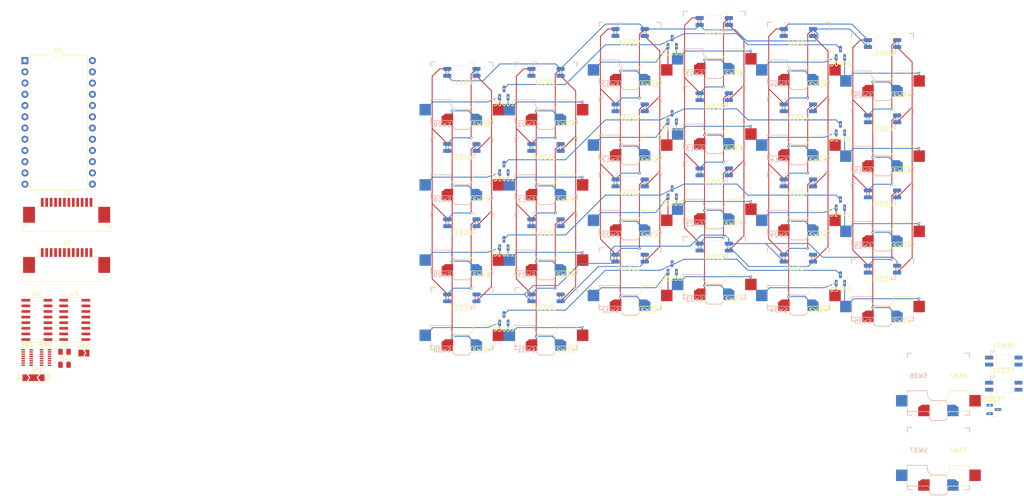
<source format=kicad_pcb>
(kicad_pcb (version 20240108) (generator "pcbnew") (generator_version "8.0")
  (layers (0 "F.Cu" signal) (31 "B.Cu" signal) (34 "B.Paste" user) (35 "F.Paste" user) (36 "B.SilkS" user "B.Silkscreen") (37 "F.SilkS" user "F.Silkscreen") (38 "B.Mask" user) (39 "F.Mask" user) (44 "Edge.Cuts" user))
  (net 0 "")
  (net 1 "ROW0")
  (net 2 "ROW1")
  (net 3 "ROW2")
  (net 4 "ROW3")
  (net 5 "Net-(JP1-C)")
  (net 6 "GND")
  (net 7 "SCK0")
  (net 8 "SCS")
  (net 9 "MISO")
  (net 10 "+3V3")
  (net 11 "DS")
  (net 24 "FT")
  (net 25 "+5V")
  (net 26 "COL4")
  (net 27 "COL7")
  (net 28 "COL2")
  (net 29 "COL1")
  (net 30 "COL3")
  (net 31 "COL0")
  (net 32 "COL5")
  (net 33 "COL6")
  (net 37 "LED_R")
  (net 40 "Net-(JP2-A)")
  (net 41 "Net-(D0001-A-Pad2)")
  (net 42 "Net-(D0001-A-Pad1)")
  (net 43 "Net-(D0203-A-Pad2)")
  (net 44 "Net-(D0203-A-Pad1)")
  (net 45 "Net-(D0405-A-Pad1)")
  (net 46 "Net-(D0405-A-Pad2)")
  (net 47 "Net-(D1011-A-Pad2)")
  (net 48 "Net-(D1011-A-Pad1)")
  (net 49 "Net-(D1213-A-Pad2)")
  (net 50 "Net-(D1213-A-Pad1)")
  (net 51 "Net-(D1415-A-Pad1)")
  (net 52 "Net-(D1415-A-Pad2)")
  (net 53 "Net-(D2021-A-Pad1)")
  (net 54 "Net-(D2021-A-Pad2)")
  (net 55 "Net-(D2223-A-Pad1)")
  (net 56 "Net-(D2223-A-Pad2)")
  (net 57 "Net-(D2425-A-Pad2)")
  (net 58 "Net-(D2425-A-Pad1)")
  (net 59 "Net-(D3031-A-Pad2)")
  (net 60 "Net-(D3031-A-Pad1)")
  (net 61 "Net-(D3233-A-Pad1)")
  (net 62 "Net-(D3233-A-Pad2)")
  (net 63 "Net-(D3435-A-Pad1)")
  (net 64 "Net-(D3435-A-Pad2)")
  (net 65 "Net-(LED00-DOUT)")
  (net 66 "Net-(LED00-DIN)")
  (net 67 "Net-(LED01-DOUT)")
  (net 68 "Net-(LED02-DIN)")
  (net 69 "Net-(LED02-DOUT)")
  (net 70 "Net-(LED03-DIN)")
  (net 71 "Net-(LED04-DOUT)")
  (net 72 "Net-(LED10-DIN)")
  (net 73 "Net-(LED11-DOUT)")
  (net 74 "Net-(LED04-DIN)")
  (net 75 "Net-(LED05-DIN)")
  (net 76 "Net-(LED12-DOUT)")
  (net 77 "Net-(LED13-DIN)")
  (net 78 "Net-(LED14-DOUT)")
  (net 79 "Net-(LED15-DIN)")
  (net 80 "Net-(LED20-DIN)")
  (net 81 "Net-(LED21-DOUT)")
  (net 82 "Net-(LED22-DOUT)")
  (net 83 "Net-(LED23-DIN)")
  (net 84 "Net-(LED24-DOUT)")
  (net 85 "Net-(LED25-DIN)")
  (net 86 "Net-(LED30-DIN)")
  (net 87 "Net-(LED31-DOUT)")
  (net 88 "Net-(LED33-DIN)")
  (net 89 "Net-(LED35-DIN)")
  (net 90 "Net-(D3637-A-Pad2)")
  (net 91 "Net-(D3637-A-Pad1)")
  (net 92 "Net-(LED36-DOUT)")
  (footprint "keyswitches:LED_SK6812MINI_E_REVERSIBLE_1" (layer "F.Cu") (at 155 65.8 180)
    (property "Reference" "LED15")
    (property "Value" "SK6812MINI")
    (fp_rect (start -1.7 -1.5) (end 1.7 1.5) (stroke (width 0.05)) (fill none) (layer "Edge.Cuts"))
  )
  (footprint "keyswitches:LED_SK6812MINI_E_REVERSIBLE_1" (layer "F.Cu") (at 136 46.3)
    (property "Reference" "LED04")
    (property "Value" "SK6812MINI")
    (fp_rect (start -1.7 -1.5) (end 1.7 1.5) (stroke (width 0.05)) (fill none) (layer "Edge.Cuts"))
  )
  (footprint "keyswitches:BAV70_SOT-23_Reversible" (layer "F.Cu") (at 107.5 65.5 90)
    (property "Reference" "D1213")
    (property "Value" "BAV70")
  )
  (footprint "keyswitches:BAV70_SOT-23_Reversible" (layer "F.Cu") (at 145.5 85 90)
    (property "Reference" "D2425")
    (property "Value" "BAV70")
  )
  (footprint "keyswitches:Kailh_socket_PG1350_reversible" (layer "F.Cu") (at 98 102)
    (property "Reference" "SW32")
    (property "Value" "SW_Push")
  )
  (footprint "keyswitches:LED_SK6812MINI_E_REVERSIBLE_1" (layer "F.Cu") (at 79 55.3)
    (property "Reference" "LED01")
    (property "Value" "SK6812MINI")
    (fp_rect (start -1.7 -1.5) (end 1.7 1.5) (stroke (width 0.05)) (fill none) (layer "Edge.Cuts"))
  )
  (footprint "keyswitches:Kailh_socket_PG1350_reversible" (layer "F.Cu") (at 136 51)
    (property "Reference" "SW04")
    (property "Value" "SW_Push")
  )
  (footprint "Connector_FFC-FPC:TE_1-84952-2_1x12-1MP_P1.0mm_Horizontal" (layer "F.Cu") (at -29.265 86.5)
    (property "Reference" "J1")
    (property "Value" "Conn_01x12_MountingPin")
  )
  (footprint "keyswitches:Kailh_socket_PG1350_reversible" (layer "F.Cu") (at 79 94)
    (property "Reference" "SW21")
    (property "Value" "SW_Push")
  )
  (footprint "keyswitches:BAV70_SOT-23_Reversible" (layer "F.Cu") (at 145.5 68 90)
    (property "Reference" "D1415")
    (property "Value" "BAV70")
  )
  (footprint "keyswitches:LED_SK6812MINI_E_REVERSIBLE_1" (layer "F.Cu") (at 136 97.3)
    (property "Reference" "LED34")
    (property "Value" "SK6812MINI")
    (fp_rect (start -1.7 -1.5) (end 1.7 1.5) (stroke (width 0.05)) (fill none) (layer "Edge.Cuts"))
  )
  (footprint "keyswitches:Kailh_socket_PG1350_reversible" (layer "F.Cu") (at 98 85)
    (property "Reference" "SW22")
    (property "Value" "SW_Push")
  )
  (footprint "Resistor_SMD:R_0805_2012Metric" (layer "F.Cu") (at -29.745 118.47)
    (property "Reference" "R1")
    (property "Value" "10kOhm")
  )
  (footprint "keyswitches:LED_SK6812MINI_E_REVERSIBLE_1" (layer "F.Cu") (at 60 89.3 180)
    (property "Reference" "LED20")
    (property "Value" "SK6812MINI")
    (fp_rect (start -1.7 -1.5) (end 1.7 1.5) (stroke (width 0.05)) (fill none) (layer "Edge.Cuts"))
  )
  (footprint "keyswitches:BAV70_SOT-23_Reversible" (layer "F.Cu") (at 69.5 94 90)
    (property "Reference" "D2021")
    (property "Value" "BAV70")
  )
  (footprint "keyswitches:Kailh_socket_PG1350_reversible" (layer "F.Cu") (at 155 70.5)
    (property "Reference" "SW15")
    (property "Value" "SW_Push")
  )
  (footprint "keyswitches:Kailh_socket_PG1350_reversible" (layer "F.Cu") (at 136 85)
    (property "Reference" "SW24")
    (property "Value" "SW_Push")
  )
  (footprint "keyswitches:BAV70_SOT-23_Reversible" (layer "F.Cu") (at 180.145 131.525)
    (property "Reference" "D3637")
    (property "Value" "BAV70")
  )
  (footprint "keyswitches:LED_SK6812MINI_E_REVERSIBLE_1" (layer "F.Cu") (at 98 63.3)
    (property "Reference" "LED12")
    (property "Value" "SK6812MINI")
    (fp_rect (start -1.7 -1.5) (end 1.7 1.5) (stroke (width 0.05)) (fill none) (layer "Edge.Cuts"))
  )
  (footprint "keyswitches:LED_SK6812MINI_E_REVERSIBLE_1" (layer "F.Cu") (at 182.4 126.275)
    (property "Reference" "LED37")
    (property "Value" "SK6812MINI")
    (fp_rect (start -1.7 -1.5) (end 1.7 1.5) (stroke (width 0.05)) (fill none) (layer "Edge.Cuts"))
  )
  (footprint "keyswitches:LED_SK6812MINI_E_REVERSIBLE_1" (layer "F.Cu") (at 117 77.8 180)
    (property "Reference" "LED23")
    (property "Value" "SK6812MINI")
    (fp_rect (start -1.7 -1.5) (end 1.7 1.5) (stroke (width 0.05)) (fill none) (layer "Edge.Cuts"))
  )
  (footprint "keyswitches:BAV70_SOT-23_Reversible" (layer "F.Cu") (at 69.5 77 90)
    (property "Reference" "D1011")
    (property "Value" "BAV70")
  )
  (footprint "keyswitches:LED_SK6812MINI_E_REVERSIBLE_1" (layer "F.Cu") (at 60 55.3 180)
    (property "Reference" "LED00")
    (property "Value" "SK6812MINI")
    (fp_rect (start -1.7 -1.5) (end 1.7 1.5) (stroke (width 0.05)) (fill none) (layer "Edge.Cuts"))
  )
  (footprint "keyswitches:LED_SK6812MINI_E_REVERSIBLE_1" (layer "F.Cu") (at 155 82.8 180)
    (property "Reference" "LED25")
    (property "Value" "SK6812MINI")
    (fp_rect (start -1.7 -1.5) (end 1.7 1.5) (stroke (width 0.05)) (fill none) (layer "Edge.Cuts"))
  )
  (footprint "Connector_FFC-FPC:TE_1-84952-2_1x12-1MP_P1.0mm_Horizontal" (layer "F.Cu") (at -29.265 97.85)
    (property "Reference" "J2")
    (property "Value" "Conn_01x12_MountingPin")
  )
  (footprint "keyswitches:Kailh_socket_PG1350_reversible" (layer "F.Cu") (at 117 99.5)
    (property "Reference" "SW33")
    (property "Value" "SW_Push")
  )
  (footprint "keyswitches:Kailh_socket_PG1350_reversible" (layer "F.Cu") (at 136 68)
    (property "Reference" "SW14")
    (property "Value" "SW_Push")
  )
  (footprint "keyswitches:LED_SK6812MINI_E_REVERSIBLE_1" (layer "F.Cu") (at 117 43.8 180)
    (property "Reference" "LED03")
    (property "Value" "SK6812MINI")
    (fp_rect (start -1.7 -1.5) (end 1.7 1.5) (stroke (width 0.05)) (fill none) (layer "Edge.Cuts"))
  )
  (footprint "Resistor_SMD:R_0805_2012Metric" (layer "F.Cu") (at -29.745 121.42)
    (property "Reference" "R2")
    (property "Value" "500Ohm")
  )
  (footprint "keyswitches:Kailh_socket_PG1350_reversible" (layer "F.Cu") (at 79 111)
    (property "Reference" "SW31")
    (property "Value" "SW_Push")
  )
  (footprint "keyswitches:LED_SK6812MINI_E_REVERSIBLE_1" (layer "F.Cu") (at 98 80.3)
    (property "Reference" "LED22")
    (property "Value" "SK6812MINI")
    (fp_rect (start -1.7 -1.5) (end 1.7 1.5) (stroke (width 0.05)) (fill none) (layer "Edge.Cuts"))
  )
  (footprint "keyswitches:BAV70_SOT-23_Reversible" (layer "F.Cu") (at 145.5 102 90)
    (property "Reference" "D3435")
    (property "Value" "BAV70")
  )
  (footprint "keyswitches:Kailh_socket_PG1350_reversible" (layer "F.Cu") (at 60 60)
    (property "Reference" "SW00")
    (property "Value" "SW_Push")
  )
  (footprint "keyswitches:BAV70_SOT-23_Reversible" (layer "F.Cu") (at 69.5 111 90)
    (property "Reference" "D3031")
    (property "Value" "BAV70")
  )
  (footprint "keyswitches:Kailh_socket_PG1350_reversible" (layer "F.Cu") (at 155 104.5)
    (property "Reference" "SW35")
    (property "Value" "SW_Push")
  )
  (footprint "keyswitches:BAV70_SOT-23_Reversible" (layer "F.Cu") (at 107.5 48.5 90)
    (property "Reference" "D0203")
    (property "Value" "BAV70")
  )
  (footprint "keyswitches:Kailh_socket_PG1350_reversible" (layer "F.Cu") (at 117 82.5)
    (property "Reference" "SW23")
    (property "Value" "SW_Push")
  )
  (footprint "keyswitches:Kailh_socket_PG1350_reversible" (layer "F.Cu") (at 98 51)
    (property "Reference" "SW02")
    (property "Value" "SW_Push")
  )
  (footprint "keyswitches:Kailh_socket_PG1350_reversible" (layer "F.Cu") (at 98 68)
    (property "Reference" "SW12")
    (property "Value" "SW_Push")
  )
  (footprint "keyswitches:LED_SK6812MINI_E_REVERSIBLE_1" (layer "F.Cu") (at 136 80.3)
    (property "Reference" "LED24")
    (property "Value" "SK6812MINI")
    (fp_rect (start -1.7 -1.5) (end 1.7 1.5) (stroke (width 0.05)) (fill none) (layer "Edge.Cuts"))
  )
  (footprint "keyswitches:Kailh_socket_PG1350_reversible" (layer "F.Cu") (at 60 94)
    (property "Reference" "SW20")
    (property "Value" "SW_Push")
  )
  (footprint "keyswitches:BAV70_SOT-23_Reversible" (layer "F.Cu") (at 69.5 60 90)
    (property "Reference" "D0001")
    (property "Value" "BAV70")
  )
  (footprint "keyswitches:Kailh_socket_PG1350_reversible" (layer "F.Cu") (at 79 77)
    (property "Reference" "SW11")
    (property "Value" "SW_Push")
  )
  (footprint "keyswitches:Kailh_socket_PG1350_reversible" (layer "F.Cu") (at 155 87.5)
    (property "Reference" "SW25")
    (property "Value" "SW_Push")
  )
  (footprint "Jumper:SolderJumper-3_P2.0mm_Open_TrianglePad1.0x1.5mm_NumberLabels" (layer "F.Cu") (at -36.745 124.34)
    (property "Reference" "JP1")
    (property "Value" "SolderJumper_3_Open")
  )
  (footprint "keyswitches:LED_SK6812MINI_E_REVERSIBLE_1" (layer "F.Cu") (at 79 106.3)
    (property "Reference" "LED31")
    (property "Value" "SK6812MINI")
    (fp_rect (start -1.7 -1.5) (end 1.7 1.5) (stroke (width 0.05)) (fill none) (layer "Edge.Cuts"))
  )
  (footprint "keyswitches:Kailh_socket_PG1350_reversible" (layer "F.Cu") (at 117 48.5)
    (property "Reference" "SW03")
    (property "Value" "SW_Push")
  )
  (footprint "keyswitches:LED_SK6812MINI_E_REVERSIBLE_1" (layer "F.Cu") (at 155 48.8 180)
    (property "Reference" "LED05")
    (property "Value" "SK6812MINI")
    (fp_rect (start -1.7 -1.5) (end 1.7 1.5) (stroke (width 0.05)) (fill none) (layer "Edge.Cuts"))
  )
  (footprint "keyswitches:Kailh_socket_PG1350_reversible" (layer "F.Cu") (at 79 60)
    (property "Reference" "SW01")
    (property "Value" "SW_Push")
  )
  (footprint "keyswitches:Kailh_socket_PG1350_reversible" (layer "F.Cu") (at 155 53.5)
    (property "Reference" "SW05")
    (property "Value" "SW_Push")
  )
  (footprint "keyswitches:LED_SK6812MINI_E_REVERSIBLE_1" (layer "F.Cu") (at 182.4 120.575)
    (property "Reference" "LED36")
    (property "Value" "SK6812MINI")
    (fp_rect (start -1.7 -1.5) (end 1.7 1.5) (stroke (width 0.05)) (fill none) (layer "Edge.Cuts"))
  )
  (footprint "keyswitches:LED_SK6812MINI_E_REVERSIBLE_1" (layer "F.Cu") (at 79 72.3)
    (property "Reference" "LED11")
    (property "Value" "SK6812MINI")
    (fp_rect (start -1.7 -1.5) (end 1.7 1.5) (stroke (width 0.05)) (fill none) (layer "Edge.Cuts"))
  )
  (footprint "keyswitches:Kailh_socket_PG1350_reversible" (layer "F.Cu") (at 60 111)
    (property "Reference" "SW30")
    (property "Value" "SW_Push")
  )
  (footprint "keyswitches:BAV70_SOT-23_Reversible" (layer "F.Cu") (at 145.5 51 90)
    (property "Reference" "D0405")
    (property "Value" "BAV70")
  )
  (footprint "Package_SO:SOP-16_3.9x9.9mm_P1.27mm" (layer "F.Cu") (at -35.975 111.27)
    (property "Reference" "U2")
    (property "Value" "74HC165")
  )
  (footprint "keyswitches:LED_SK6812MINI_E_REVERSIBLE_1" (layer "F.Cu") (at 117 94.8 180)
    (property "Reference" "LED33")
    (property "Value" "SK6812MINI")
    (fp_rect (start -1.7 -1.5) (end 1.7 1.5) (stroke (width 0.05)) (fill none) (layer "Edge.Cuts"))
  )
  (footprint "keyswitches:LED_SK6812MINI_E_REVERSIBLE_1" (layer "F.Cu") (at 136 63.3)
    (property "Reference" "LED14")
    (property "Value" "SK6812MINI")
    (fp_rect (start -1.7 -1.5) (end 1.7 1.5) (stroke (width 0.05)) (fill none) (layer "Edge.Cuts"))
  )
  (footprint "keyswitches:LED_SK6812MINI_E_REVERSIBLE_1" (layer "F.Cu") (at 155 99.8 180)
    (property "Reference" "LED35")
    (property "Value" "SK6812MINI")
    (fp_rect (start -1.7 -1.5) (end 1.7 1.5) (stroke (width 0.05)) (fill none) (layer "Edge.Cuts"))
  )
  (footprint "Resistor_SMD:R_Array_Convex_8x0602" (layer "F.Cu") (at -38.175 119.77)
    (property "Reference" "RN1")
    (property "Value" "R_Pack08")
  )
  (footprint "keyswitches:Kailh_socket_PG1350_reversible" (layer "F.Cu") (at 167.625 125.8)
    (property "Reference" "SW36")
    (property "Value" "SW_Push")
  )
  (footprint "Package_SO:SOP-16_3.9x9.9mm_P1.27mm" (layer "F.Cu") (at -27.425 111.27)
    (property "Reference" "U4")
    (property "Value" "74HC165")
  )
  (footprint "keyswitches:Kailh_socket_PG1350_reversible" (layer "F.Cu") (at 136 102)
    (property "Reference" "SW34")
    (property "Value" "SW_Push")
  )
  (footprint "Resistor_SMD:R_Array_Convex_8x0602" (layer "F.Cu") (at -34.025 119.77)
    (property "Reference" "RN2")
    (property "Value" "R_Pack08")
  )
  (footprint "keyswitches:LED_SK6812MINI_E_REVERSIBLE_1" (layer "F.Cu") (at 79 89.3)
    (property "Reference" "LED21")
    (property "Value" "SK6812MINI")
    (fp_rect (start -1.7 -1.5) (end 1.7 1.5) (stroke (width 0.05)) (fill none) (layer "Edge.Cuts"))
  )
  (footprint "keyswitches:LED_SK6812MINI_E_REVERSIBLE_1" (layer "F.Cu") (at 98 46.3)
    (property "Reference" "LED02")
    (property "Value" "SK6812MINI")
    (fp_rect (start -1.7 -1.5) (end 1.7 1.5) (stroke (width 0.05)) (fill none) (layer "Edge.Cuts"))
  )
  (footprint "keyswitches:Kailh_socket_PG1350_reversible" (layer "F.Cu") (at 60 77)
    (property "Reference" "SW10")
    (property "Value" "SW_Push")
  )
  (footprint "keyswitches:Kailh_socket_PG1350_reversible" (layer "F.Cu") (at 167.625 142.65)
    (property "Reference" "SW37")
    (property "Value" "SW_Push")
  )
  (footprint "keyswitches:BAV70_SOT-23_Reversible" (layer "F.Cu") (at 107.5 82.5 90)
    (property "Reference" "D2223")
    (property "Value" "BAV70")
  )
  (footprint "Jumper:SolderJumper-2_P1.3mm_Open_TrianglePad1.0x1.5mm" (layer "F.Cu") (at -25.365 118.77)
    (property "Reference" "JP2")
    (property "Value" "SolderJumper_2_Open")
  )
  (footprint "Package_DIP:DIP-24_W15.24mm" (layer "F.Cu") (at -38.675 52.65)
    (property "Reference" "U1")
    (property "Value" "CH582")
  )
  (footprint "keyswitches:LED_SK6812MINI_E_REVERSIBLE_1" (layer "F.Cu") (at 117 60.8 180)
    (property "Reference" "LED13")
    (property "Value" "SK6812MINI")
    (fp_rect (start -1.7 -1.5) (end 1.7 1.5) (stroke (width 0.05)) (fill none) (layer "Edge.Cuts"))
  )
  (footprint "keyswitches:LED_SK6812MINI_E_REVERSIBLE_1" (layer "F.Cu") (at 60 106.3 180)
    (property "Reference" "LED30")
    (property "Value" "SK6812MINI")
    (fp_rect (start -1.7 -1.5) (end 1.7 1.5) (stroke (width 0.05)) (fill none) (layer "Edge.Cuts"))
  )
  (footprint "keyswitches:LED_SK6812MINI_E_REVERSIBLE_1" (layer "F.Cu") (at 60 72.3 180)
    (property "Reference" "LED10")
    (property "Value" "SK6812MINI")
    (fp_rect (start -1.7 -1.5) (end 1.7 1.5) (stroke (width 0.05)) (fill none) (layer "Edge.Cuts"))
  )
  (footprint "keyswitches:BAV70_SOT-23_Reversible" (layer "F.Cu") (at 107.5 99.5 90)
    (property "Reference" "D3233")
    (property "Value" "BAV70")
  )
  (footprint "keyswitches:LED_SK6812MINI_E_REVERSIBLE_1" (layer "F.Cu") (at 98 97.3)
    (property "Reference" "LED32")
    (property "Value" "SK6812MINI")
    (fp_rect (start -1.7 -1.5) (end 1.7 1.5) (stroke (width 0.05)) (fill none) (layer "Edge.Cuts"))
  )
  (footprint "keyswitches:Kailh_socket_PG1350_reversible" (layer "F.Cu") (at 117 65.5)
    (property "Reference" "SW13")
    (property "Value" "SW_Push")
  )
  (segment (start 92.4 49.0625) (end 104.8 49.0625) (width 0.2) (layer "B.Cu") (net 1))
  (segment (start 69.5 59.0625) (end 70.5 58.0625) (width 0.2) (layer "B.Cu") (net 1))
  (segment (start 122.1 46.5625) (end 124.6 49.0625) (width 0.2) (layer "B.Cu") (net 1))
  (segment (start 110.2 46.5625) (end 122.1 46.5625) (width 0.2) (layer "B.Cu") (net 1))
  (segment (start 83.4 58.0625) (end 92.4 49.0625) (width 0.2) (layer "B.Cu") (net 1))
  (segment (start 70.5 58.0625) (end 83.4 58.0625) (width 0.2) (layer "B.Cu") (net 1))
  (segment (start 124.6 49.0625) (end 144.5 49.0625) (width 0.2) (layer "B.Cu") (net 1))
  (segment (start 104.8 49.0625) (end 110.2 46.5625) (width 0.2) (layer "B.Cu") (net 1))
  (segment (start 144.5 49.0625) (end 145.5 50.0625) (width 0.2) (layer "B.Cu") (net 1))
  (segment (start 104.8 66.0625) (end 110.2 63.5625) (width 0.2) (layer "B.Cu") (net 2))
  (segment (start 110.2 63.5625) (end 122.1 63.5625) (width 0.2) (layer "B.Cu") (net 2))
  (segment (start 124.6 66.0625) (end 144.5 66.0625) (width 0.2) (layer "B.Cu") (net 2))
  (segment (start 70.5 75.0625) (end 83.4 75.0625) (width 0.2) (layer "B.Cu") (net 2))
  (segment (start 83.4 75.0625) (end 92.4 66.0625) (width 0.2) (layer "B.Cu") (net 2))
  (segment (start 92.4 66.0625) (end 104.8 66.0625) (width 0.2) (layer "B.Cu") (net 2))
  (segment (start 122.1 63.5625) (end 124.6 66.0625) (width 0.2) (layer "B.Cu") (net 2))
  (segment (start 69.5 76.0625) (end 70.5 75.0625) (width 0.2) (layer "B.Cu") (net 2))
  (segment (start 144.5 66.0625) (end 145.5 67.0625) (width 0.2) (layer "B.Cu") (net 2))
  (segment (start 92.4 83.0625) (end 104.8 83.0625) (width 0.2) (layer "B.Cu") (net 3))
  (segment (start 110.2 80.5625) (end 122.1 80.5625) (width 0.2) (layer "B.Cu") (net 3))
  (segment (start 69.5 93.0625) (end 70.5 92.0625) (width 0.2) (layer "B.Cu") (net 3))
  (segment (start 83.4 92.0625) (end 92.4 83.0625) (width 0.2) (layer "B.Cu") (net 3))
  (segment (start 124.6 83.0625) (end 144.5 83.0625) (width 0.2) (layer "B.Cu") (net 3))
  (segment (start 70.5 92.0625) (end 83.4 92.0625) (width 0.2) (layer "B.Cu") (net 3))
  (segment (start 104.8 83.0625) (end 110.2 80.5625) (width 0.2) (layer "B.Cu") (net 3))
  (segment (start 122.1 80.5625) (end 124.6 83.0625) (width 0.2) (layer "B.Cu") (net 3))
  (segment (start 144.5 83.0625) (end 145.5 84.0625) (width 0.2) (layer "B.Cu") (net 3))
  (segment (start 104.8 100.0625) (end 110.2 97.5625) (width 0.2) (layer "B.Cu") (net 4))
  (segment (start 70.5 109.0625) (end 83.4 109.0625) (width 0.2) (layer "B.Cu") (net 4))
  (segment (start 122.1 97.5625) (end 124.6 100.0625) (width 0.2) (layer "B.Cu") (net 4))
  (segment (start 83.4 109.0625) (end 92.4 100.0625) (width 0.2) (layer "B.Cu") (net 4))
  (segment (start 110.2 97.5625) (end 122.1 97.5625) (width 0.2) (layer "B.Cu") (net 4))
  (segment (start 92.4 100.0625) (end 104.8 100.0625) (width 0.2) (layer "B.Cu") (net 4))
  (segment (start 124.6 100.0625) (end 144.5 100.0625) (width 0.2) (layer "B.Cu") (net 4))
  (segment (start 144.5 100.0625) (end 145.5 101.0625) (width 0.2) (layer "B.Cu") (net 4))
  (segment (start 69.5 110.0625) (end 70.5 109.0625) (width 0.2) (layer "B.Cu") (net 4))
  (segment (start 110.3 44.7) (end 110.3 90.5) (width 0.2) (layer "F.Cu") (net 6))
  (segment (start 56.7 71.4) (end 53.3 68) (width 0.2) (layer "F.Cu") (net 6))
  (segment (start 139.3 47.1) (end 142.7 50.5) (width 0.2) (layer "F.Cu") (net 6))
  (segment (start 148.3 49.7) (end 148.3 95.5) (width 0.2) (layer "F.Cu") (net 6))
  (segment (start 56.400001 54.8) (end 56.400001 55.3) (width 0.2) (layer "F.Cu") (net 6))
  (segment (start 113.7 93.9) (end 110.3 90.5) (width 0.2) (layer "F.Cu") (net 6))
  (segment (start 151.7 81.9) (end 148.3 78.5) (width 0.2) (layer "F.Cu") (net 6))
  (segment (start 139.599999 63.3) (end 139.599999 63.8) (width 0.2) (layer "F.Cu") (net 6))
  (segment (start 101.599999 46.3) (end 101.599999 46.8) (width 0.2) (layer "F.Cu") (net 6))
  (segment (start 150 48) (end 148.3 49.7) (width 0.2) (layer "F.Cu") (net 6))
  (segment (start 151.7 98.9) (end 148.3 95.5) (width 0.2) (layer "F.Cu") (net 6))
  (segment (start 101.3 81.1) (end 104.7 77.7) (width 0.2) (layer "F.Cu") (net 6))
  (segment (start 151.400001 99.3) (end 151.400001 99.8) (width 0.2) (layer "F.Cu") (net 6))
  (segment (start 151.7 48) (end 150 48) (width 0.2) (layer "F.Cu") (net 6))
  (segment (start 82.3 73.1) (end 85.7 69.7) (width 0.2) (layer "F.Cu") (net 6))
  (segment (start 56.7 105.4) (end 53.3 102) (width 0.2) (layer "F.Cu") (net 6))
  (segment (start 151.400001 82.3) (end 151.400001 82.8) (width 0.2) (layer "F.Cu") (net 6))
  (segment (start 82.599999 72.3) (end 82.599999 72.8) (width 0.2) (layer "F.Cu") (net 6))
  (segment (start 142.7 50.5) (end 142.7 94.7) (width 0.2) (layer "F.Cu") (net 6))
  (segment (start 101.3 64.1) (end 104.7 60.7) (width 0.2) (layer "F.Cu") (net 6))
  (segment (start 101.599999 80.3) (end 101.599999 80.8) (width 0.2) (layer "F.Cu") (net 6))
  (segment (start 113.400001 43.3) (end 113.400001 43.8) (width 0.2) (layer "F.Cu") (net 6))
  (segment (start 56.400001 88.8) (end 56.400001 89.3) (width 0.2) (layer "F.Cu") (net 6))
  (segment (start 82.599999 106.3) (end 82.599999 106.8) (width 0.2) (layer "F.Cu") (net 6))
  (segment (start 82.3 90.1) (end 85.7 86.7) (width 0.2) (layer "F.Cu") (net 6))
  (segment (start 56.400001 71.8) (end 56.400001 72.3) (width 0.2) (layer "F.Cu") (net 6))
  (segment (start 56.7 88.4) (end 53.3 85) (width 0.2) (layer "F.Cu") (net 6))
  (segment (start 56.7 54.5) (end 55 54.5) (width 0.2) (layer "F.Cu") (net 6))
  (segment (start 113.400001 77.3) (end 113.400001 77.8) (width 0.2) (layer "F.Cu") (net 6))
  (segment (start 112 43) (end 110.3 44.7) (width 0.2) (layer "F.Cu") (net 6))
  (segment (start 82.3 107.1) (end 85.7 103.7) (width 0.2) (layer "F.Cu") (net 6))
  (segment (start 139.599999 80.3) (end 139.599999 80.8) (width 0.2) (layer "F.Cu") (net 6))
  (segment (start 139.599999 46.3) (end 139.599999 46.8) (width 0.2) (layer "F.Cu") (net 6))
  (segment (start 151.7 64.9) (end 148.3 61.5) (width 0.2) (layer "F.Cu") (net 6))
  (segment (start 82.599999 55.3) (end 82.599999 55.8) (width 0.2) (layer "F.Cu") (net 6))
  (segment (start 113.7 43) (end 112 43) (width 0.2) (layer "F.Cu") (net 6))
  (segment (start 82.599999 89.3) (end 82.599999 89.8) (width 0.2) (layer "F.Cu") (net 6))
  (segment (start 113.400001 60.3) (end 113.400001 60.8) (width 0.2) (layer "F.Cu") (net 6))
  (segment (start 139.3 81.1) (end 142.7 77.7) (width 0.2) (layer "F.Cu") (net 6))
  (segment (start 101.599999 97.3) (end 101.599999 97.8) (width 0.2) (layer "F.Cu") (net 6))
  (segment (start 82.3 56.1) (end 85.7 59.5) (width 0.2) (layer "F.Cu") (net 6))
  (segment (start 113.7 76.9) (end 110.3 73.5) (width 0.2) (layer "F.Cu") (net 6))
  (segment (start 53.3 56.2) (end 53.3 102) (width 0.2) (layer "F.Cu") (net 6))
  (segment (start 151.400001 48.3) (end 151.400001 48.8) (width 0.2) (layer "F.Cu") (net 6))
  (segment (start 55 54.5) (end 53.3 56.2) (width 0.2) (layer "F.Cu") (net 6))
  (segment (start 85.7 59.5) (end 85.7 103.7) (width 0.2) (layer "F.Cu") (net 6))
  (segment (start 113.400001 94.3) (end 113.400001 94.8) (width 0.2) (layer "F.Cu") (net 6))
  (segment (start 101.3 47.1) (end 104.7 50.5) (width 0.2) (layer "F.Cu") (net 6))
  (segment (start 113.7 59.9) (end 110.3 56.5) (width 0.2) (layer "F.Cu") (net 6))
  (segment (start 101.599999 63.3) (end 101.599999 63.8) (width 0.2) (layer "F.Cu") (net 6))
  (segment (start 139.3 64.1) (end 142.7 60.7) (width 0.2) (layer "F.Cu") (net 6))
  (segment (start 101.3 98.1) (end 104.7 94.7) (width 0.2) (layer "F.Cu") (net 6))
  (segment (start 139.3 98.1) (end 142.7 94.7) (width 0.2) (layer "F.Cu") (net 6))
  (segment (start 151.400001 65.3) (end 151.400001 65.8) (width 0.2) (layer "F.Cu") (net 6))
  (segment (start 139.599999 97.3) (end 139.599999 97.8) (width 0.2) (layer "F.Cu") (net 6))
  (segment (start 56.400001 105.8) (end 56.400001 106.3) (width 0.2) (layer "F.Cu") (net 6))
  (segment (start 104.7 50.5) (end 104.7 94.7) (width 0.2) (layer "F.Cu") (net 6))
  (via (at 139.599999 80.3) (size 0.4) (drill 0.3) (layers "F.Cu" "B.Cu") (net 6))
  (via (at 82.599999 106.3) (size 0.4) (drill 0.3) (layers "F.Cu" "B.Cu") (net 6))
  (via (at 151.400001 99.8) (size 0.4) (drill 0.3) (layers "F.Cu" "B.Cu") (net 6))
  (via (at 151.400001 65.8) (size 0.4) (drill 0.3) (layers "F.Cu" "B.Cu") (net 6))
  (via (at 101.599999 46.3) (size 0.4) (drill 0.3) (layers "F.Cu" "B.Cu") (net 6))
  (via (at 82.599999 72.3) (size 0.4) (drill 0.3) (layers "F.Cu" "B.Cu") (net 6))
  (via (at 139.599999 46.3) (size 0.4) (drill 0.3) (layers "F.Cu" "B.Cu") (net 6))
  (via (at 56.400001 55.3) (size 0.4) (drill 0.3) (layers "F.Cu" "B.Cu") (net 6))
  (via (at 113.400001 60.8) (size 0.4) (drill 0.3) (layers "F.Cu" "B.Cu") (net 6))
  (via (at 113.400001 77.8) (size 0.4) (drill 0.3) (layers "F.Cu" "B.Cu") (net 6))
  (via (at 113.400001 43.8) (size 0.4) (drill 0.3) (layers "F.Cu" "B.Cu") (net 6))
  (via (at 56.400001 89.3) (size 0.4) (drill 0.3) (layers "F.Cu" "B.Cu") (net 6))
  (via (at 151.400001 82.8) (size 0.4) (drill 0.3) (layers "F.Cu" "B.Cu") (net 6))
  (via (at 82.599999 55.3) (size 0.4) (drill 0.3) (layers "F.Cu" "B.Cu") (net 6))
  (via (at 56.400001 106.3) (size 0.4) (drill 0.3) (layers "F.Cu" "B.Cu") (net 6))
  (via (at 139.599999 97.3) (size 0.4) (drill 0.3) (layers "F.Cu" "B.Cu") (net 6))
  (via (at 139.599999 63.3) (size 0.4) (drill 0.3) (layers "F.Cu" "B.Cu") (net 6))
  (via (at 56.400001 72.3) (size 0.4) (drill 0.3) (layers "F.Cu" "B.Cu") (net 6))
  (via (at 101.599999 97.3) (size 0.4) (drill 0.3) (layers "F.Cu" "B.Cu") (net 6))
  (via (at 82.599999 89.3) (size 0.4) (drill 0.3) (layers "F.Cu" "B.Cu") (net 6))
  (via (at 101.599999 80.3) (size 0.4) (drill 0.3) (layers "F.Cu" "B.Cu") (net 6))
  (via (at 151.400001 48.8) (size 0.4) (drill 0.3) (layers "F.Cu" "B.Cu") (net 6))
  (via (at 101.599999 63.3) (size 0.4) (drill 0.3) (layers "F.Cu" "B.Cu") (net 6))
  (via (at 113.400001 94.8) (size 0.4) (drill 0.3) (layers "F.Cu" "B.Cu") (net 6))
  (segment (start 139.599999 79.8) (end 139.599999 80.3) (width 0.2) (layer "B.Cu") (net 6))
  (segment (start 114.81 45.7) (end 113.7 44.59) (width 0.2) (layer "B.Cu") (net 6))
  (segment (start 57.81 57.2) (end 56.7 56.09) (width 0.2) (layer "B.Cu") (net 6))
  (segment (start 140.4 46.61) (end 140.4 47.53708) (width 0.2) (layer "B.Cu") (net 6))
  (segment (start 56.400001 55.3) (end 56.400001 55.8) (width 0.2) (layer "B.Cu") (net 6))
  (segment (start 140.4 47.53708) (end 139.73708 48.2) (width 0.2) (layer "B.Cu") (net 6))
  (segment (start 81.19 53.4) (end 68.603303 53.4) (width 0.2) (layer "B.Cu") (net 6))
  (segment (start 151.400001 99.8) (end 151.400001 100.3) (width 0.2) (layer "B.Cu") (net 6))
  (segment (start 64.803303 57.2) (end 57.81 57.2) (width 0.2) (layer "B.Cu") (net 6))
  (segment (start 82.3 54.51) (end 92.41 44.4) (width 0.2) (layer "B.Cu") (net 6))
  (segment (start 151.400001 82.8) (end 151.400001 83.3) (width 0.2) (layer "B.Cu") (net 6))
  (segment (start 101.599999 79.8) (end 101.599999 80.3) (width 0.2) (layer "B.Cu") (net 6))
  (segment (start 124.3 48.2) (end 121.8 45.7) (width 0.2) (layer "B.Cu") (net 6))
  (segment (start 113.400001 60.8) (end 113.400001 61.3) (width 0.2) (layer "B.Cu") (net 6))
  (segment (start 56.400001 89.3) (end 56.400001 89.8) (width 0.2) (layer "B.Cu") (net 6))
  (segment (start 121.8 45.7) (end 114.81 45.7) (width 0.2) (layer "B.Cu") (net 6))
  (segment (start 82.3 54.51) (end 81.19 53.4) (width 0.2) (layer "B.Cu") (net 6))
  (segment (start 151.400001 48.8) (end 151.400001 49.3) (width 0.2) (layer "B.Cu") (net 6))
  (segment (start 101.3 45.51) (end 112.78 45.51) (width 0.2) (layer "B.Cu") (net 6))
  (segment (start 101.599999 96.8) (end 101.599999 97.3) (width 0.2) (layer "B.Cu") (net 6))
  (segment (start 101.599999 45.8) (end 101.599999 46.3) (width 0.2) (layer "B.Cu") (net 6))
  (segment (start 68.603303 53.4) (end 64.803303 57.2) (width 0.2) (layer "B.Cu") (net 6))
  (segment (start 113.400001 94.8) (end 113.400001 95.3) (width 0.2) (layer "B.Cu") (net 6))
  (segment (start 92.41 44.4) (end 100.19 44.4) (width 0.2) (layer "B.Cu") (net 6))
  (segment (start 112.78 45.51) (end 113.7 44.59) (width 0.2) (layer "B.Cu") (net 6))
  (segment (start 139.599999 62.8) (end 139.599999 63.3) (width 0.2) (layer "B.Cu") (net 6))
  (segment (start 113.400001 43.8) (end 113.400001 44.3) (width 0.2) (layer "B.Cu") (net 6))
  (segment (start 101.599999 62.8) (end 101.599999 63.3) (width 0.2) (layer "B.Cu") (net 6))
  (segment (start 82.599999 71.8) (end 82.599999 72.3) (width 0.2) (layer "B.Cu") (net 6))
  (segment (start 151.400001 65.8) (end 151.400001 66.3) (width 0.2) (layer "B.Cu") (net 6))
  (segment (start 113.400001 77.8) (end 113.400001 78.3) (width 0.2) (layer "B.Cu") (net 6))
  (segment (start 151.7 49.59) (end 147.62 45.51) (width 0.2) (layer "B.Cu") (net 6))
  (segment (start 100.19 44.4) (end 101.3 45.51) (width 0.2) (layer "B.Cu") (net 6))
  (segment (start 82.599999 54.8) (end 82.599999 55.3) (width 0.2) (layer "B.Cu") (net 6))
  (segment (start 139.599999 96.8) (end 139.599999 97.3) (width 0.2) (layer "B.Cu") (net 6))
  (segment (start 82.599999 105.8) (end 82.599999 106.3) (width 0.2) (layer "B.Cu") (net 6))
  (segment (start 82.599999 88.8) (end 82.599999 89.3) (width 0.2) (layer "B.Cu") (net 6))
  (segment (start 139.3 45.51) (end 140.4 46.61) (width 0.2) (layer "B.Cu") (net 6))
  (segment (start 139.599999 45.8) (end 139.599999 46.3) (width 0.2) (layer "B.Cu") (net 6))
  (segment (start 147.62 45.51) (end 139.3 45.51) (width 0.2) (layer "B.Cu") (net 6))
  (segment (start 56.400001 106.3) (end 56.400001 106.8) (width 0.2) (layer "B.Cu") (net 6))
  (segment (start 139.73708 48.2) (end 124.3 48.2) (width 0.2) (layer "B.Cu") (net 6))
  (segment (start 56.400001 72.3) (end 56.400001 72.8) (width 0.2) (layer "B.Cu") (net 6))
  (segment (start 63.3 56.1) (end 66.7 59.5) (width 0.2) (layer "F.Cu") (net 25))
  (segment (start 161.7 53) (end 161.7 97.2) (width 0.2) (layer "F.Cu") (net 25))
  (segment (start 158.599999 82.8) (end 158.599999 83.3) (width 0.2) (layer "F.Cu") (net 25))
  (segment (start 63.599999 89.3) (end 63.599999 89.8) (width 0.2) (layer "F.Cu") (net 25))
  (segment (start 63.3 90.1) (end 66.7 86.7) (width 0.2) (layer "F.Cu") (net 25))
  (segment (start 120.3 44.6) (end 123.7 48) (width 0.2) (layer "F.Cu") (net 25))
  (segment (start 75.7 54.5) (end 74 54.5) (width 0.2) (layer "F.Cu") (net 25))
  (segment (start 132.7 62.4) (end 129.3 59) (width 0.2) (layer "F.Cu") (net 25))
  (segment (start 158.3 100.6) (end 161.7 97.2) (width 0.2) (layer "F.Cu") (net 25))
  (segment (start 94.400001 79.8) (end 94.400001 80.3) (width 0.2) (layer "F.Cu") (net 25))
  (segment (start 132.7 45.5) (end 131 45.5) (width 0.2) (layer "F.Cu") (net 25))
  (segment (start 94.7 62.4) (end 91.3 59) (width 0.2) (layer "F.Cu") (net 25))
  (segment (start 63.599999 106.3) (end 63.599999 106.8) (width 0.2) (layer "F.Cu") (net 25))
  (segment (start 94.7 45.5) (end 93 45.5) (width 0.2) (layer "F.Cu") (net 25))
  (segment (start 74 54.5) (end 72.3 56.2) (width 0.2) (layer "F.Cu") (net 25))
  (segment (start 132.400001 62.8) (end 132.400001 63.3) (width 0.2) (layer "F.Cu") (net 25))
  (segment (start 132.400001 45.8) (end 132.400001 46.3) (width 0.2) (layer "F.Cu") (net 25))
  (segment (start 120.599999 60.8) (end 120.599999 61.3) (width 0.2) (layer "F.Cu") (net 25))
  (segment (start 158.599999 99.8) (end 158.599999 100.3) (width 0.2) (layer "F.Cu") (net 25))
  (segment (start 75.400001 54.8) (end 75.400001 55.3) (width 0.2) (layer "F.Cu") (net 25))
  (segment (start 66.7 59.5) (end 66.7 103.7) (width 0.2) (layer "F.Cu") (net 25))
  (segment (start 158.599999 65.8) (end 158.599999 66.3) (width 0.2) (layer "F.Cu") (net 25))
  (segment (start 75.400001 105.8) (end 75.400001 106.3) (width 0.2) (layer "F.Cu") (net 25))
  (segment (start 94.7 96.4) (end 91.3 93) (width 0.2) (layer "F.Cu") (net 25))
  (segment (start 158.599999 48.8) (end 158.599999 49.3) (width 0.2) (layer "F.Cu") (net 25))
  (segment (start 75.400001 88.8) (end 75.400001 89.3) (width 0.2) (layer "F.Cu") (net 25))
  (segment (start 94.400001 45.8) (end 94.400001 46.3) (width 0.2) (layer "F.Cu") (net 25))
  (segment (start 75.400001 71.8) (end 75.400001 72.3) (width 0.2) (layer "F.Cu") (net 25))
  (segment (start 123.7 48) (end 123.7 92.2) (width 0.2) (layer "F.Cu") (net 25))
  (segment (start 132.7 96.4) (end 129.3 93) (width 0.2) (layer "F.Cu") (net 25))
  (segment (start 75.7 105.4) (end 72.3 102) (width 0.2) (layer "F.Cu") (net 25))
  (segment (start 93 45.5) (end 91.3 47.2) (width 0.2) (layer "F.Cu") (net 25))
  (segment (start 63.599999 55.3) (end 63.599999 55.8) (width 0.2) (layer "F.Cu") (net 25))
  (segment (start 120.3 61.6) (end 123.7 58.2) (width 0.2) (layer "F.Cu") (net 25))
  (segment (start 132.7 79.4) (end 129.3 76) (width 0.2) (layer "F.Cu") (net 25))
  (segment (start 131 45.5) (end 129.3 47.2) (width 0.2) (layer "F.Cu") (net 25))
  (segment (start 158.3 83.6) (end 161.7 80.2) (width 0.2) (layer "F.Cu") (net 25))
  (segment (start 120.599999 43.8) (end 120.599999 44.3) (width 0.2) (layer "F.Cu") (net 25))
  (segment (start 72.3 56.2) (end 72.3 102) (width 0.2) (layer "F.Cu") (net 25))
  (segment (start 75.7 71.4) (end 72.3 68) (width 0.2) (layer "F.Cu") (net 25))
  (segment (start 132.400001 96.8) (end 132.400001 97.3) (width 0.2) (layer "F.Cu") (net 25))
  (segment (start 91.3 47.2) (end 91.3 93) (width 0.2) (layer "F.Cu") (net 25))
  (segment (start 120.3 95.6) (end 123.7 92.2) (width 0.2) (layer "F.Cu") (net 25))
  (segment (start 158.3 49.6) (end 161.7 53) (width 0.2) (layer "F.Cu") (net 25))
  (segment (start 63.599999 72.3) (end 63.599999 72.8) (width 0.2) (layer "F.Cu") (net 25))
  (segment (start 120.3 78.6) (end 123.7 75.2) (width 0.2) (layer "F.Cu") (net 25))
  (segment (start 75.7 88.4) (end 72.3 85) (width 0.2) (layer "F.Cu") (net 25))
  (segment (start 63.3 107.1) (end 66.7 103.7) (width 0.2) (layer "F.Cu") (net 25))
  (segment (start 94.7 79.4) (end 91.3 76) (width 0.2) (layer "F.Cu") (net 25))
  (segment (start 94.400001 96.8) (end 94.400001 97.3) (width 0.2) (layer "F.Cu") (net 25))
  (segment (start 120.599999 94.8) (end 120.599999 95.3) (width 0.2) (layer "F.Cu") (net 25))
  (segment (start 132.400001 79.8) (end 132.400001 80.3) (width 0.2) (layer "F.Cu") (net 25))
  (segment (start 63.3 73.1) (end 66.7 69.7) (width 0.2) (layer "F.Cu") (net 25))
  (segment (start 120.599999 77.8) (end 120.599999 78.3) (width 0.2) (layer "F.Cu") (net 25))
  (segment (start 129.3 47.2) (end 129.3 93) (width 0.2) (layer "F.Cu") (net 25))
  (segment (start 94.400001 62.8) (end 94.400001 63.3) (width 0.2) (layer "F.Cu") (net 25))
  (segment (start 158.3 66.6) (end 161.7 63.2) (width 0.2) (layer "F.Cu") (net 25))
  (via (at 120.599999 43.8) (size 0.4) (drill 0.3) (layers "F.Cu" "B.Cu") (net 25))
  (via (at 158.599999 82.8) (size 0.4) (drill 0.3) (layers "F.Cu" "B.Cu") (net 25))
  (via (at 63.599999 106.3) (size 0.4) (drill 0.3) (layers "F.Cu" "B.Cu") (net 25))
  (via (at 94.400001 63.3) (size 0.4) (drill 0.3) (layers "F.Cu" "B.Cu") (net 25))
  (via (at 120.599999 77.8) (size 0.4) (drill 0.3) (layers "F.Cu" "B.Cu") (net 25))
  (via (at 75.400001 55.3) (size 0.4) (drill 0.3) (layers "F.Cu" "B.Cu") (net 25))
  (via (at 132.400001 46.3) (size 0.4) (drill 0.3) (layers "F.Cu" "B.Cu") (net 25))
  (via (at 158.599999 48.8) (size 0.4) (drill 0.3) (layers "F.Cu" "B.Cu") (net 25))
  (via (at 132.400001 97.3) (size 0.4) (drill 0.3) (layers "F.Cu" "B.Cu") (net 25))
  (via (at 120.599999 60.8) (size 0.4) (drill 0.3) (layers "F.Cu" "B.Cu") (net 25))
  (via (at 158.599999 65.8) (size 0.4) (drill 0.3) (layers "F.Cu" "B.Cu") (net 25))
  (via (at 158.599999 99.8) (size 0.4) (drill 0.3) (layers "F.Cu" "B.Cu") (net 25))
  (via (at 132.400001 80.3) (size 0.4) (drill 0.3) (layers "F.Cu" "B.Cu") (net 25))
  (via (at 132.400001 63.3) (size 0.4) (drill 0.3) (layers "F.Cu" "B.Cu") (net 25))
  (via (at 63.599999 72.3) (size 0.4) (drill 0.3) (layers "F.Cu" "B.Cu") (net 25))
  (via (at 75.400001 72.3) (size 0.4) (drill 0.3) (layers "F.Cu" "B.Cu") (net 25))
  (via (at 75.400001 89.3) (size 0.4) (drill 0.3) (layers "F.Cu" "B.Cu") (net 25))
  (via (at 75.400001 106.3) (size 0.4) (drill 0.3) (layers "F.Cu" "B.Cu") (net 25))
  (via (at 94.400001 80.3) (size 0.4) (drill 0.3) (layers "F.Cu" "B.Cu") (net 25))
  (via (at 94.400001 46.3) (size 0.4) (drill 0.3) (layers "F.Cu" "B.Cu") (net 25))
  (via (at 94.400001 97.3) (size 0.4) (drill 0.3) (layers "F.Cu" "B.Cu") (net 25))
  (via (at 120.599999 94.8) (size 0.4) (drill 0.3) (layers "F.Cu" "B.Cu") (net 25))
  (via (at 63.599999 89.3) (size 0.4) (drill 0.3) (layers "F.Cu" "B.Cu") (net 25))
  (via (at 63.599999 55.3) (size 0.4) (drill 0.3) (layers "F.Cu" "B.Cu") (net 25))
  (segment (start 94.7 98.09) (end 94.053303 98.09) (width 0.2) (layer "B.Cu") (net 25))
  (segment (start 120.3 93.092893) (end 120.3 94.01) (width 0.2) (layer "B.Cu") (net 25))
  (segment (start 157.307107 97.1) (end 158.3 98.092893) (width 0.2) (layer "B.Cu") (net 25))
  (segment (start 94.400001 97.3) (end 94.400001 97.8) (width 0.2) (layer "B.Cu") (net 25))
  (segment (start 132.400001 80.3) (end 132.400001 80.8) (width 0.2) (layer "B.Cu") (net 25))
  (segment (start 114.06292 92.1) (end 119.49 92.1) (width 0.2) (layer "B.Cu") (net 25))
  (segment (start 76.13 103.5) (end 74.12 105.51) (width 0.2) (layer "B.Cu") (net 25))
  (segment (start 158.599999 82.3) (end 158.599999 82.8) (width 0.2) (layer "B.Cu") (net 25))
  (segment (start 152.06292 97.1) (end 157.307107 97.1) (width 0.2) (layer "B.Cu") (net 25))
  (segment (start 120.599999 77.3) (end 120.599999 77.8) (width 0.2) (layer "B.Cu") (net 25))
  (segment (start 63.599999 54.8) (end 63.599999 55.3) (width 0.2) (layer "B.Cu") (net 25))
  (segment (start 94.7 98.09) (end 94.29 98.5) (width 0.2) (layer "B.Cu") (net 25))
  (segment (start 120.599999 94.3) (end 120.599999 94.8) (width 0.2) (layer "B.Cu") (net 25))
  (segment (start 75.400001 72.3) (end 75.400001 72.8) (width 0.2) (layer "B.Cu") (net 25))
  (segment (start 158.3 98.092893) (end 158.3 99.01) (width 0.2) (layer "B.Cu") (net 25))
  (segment (start 75.400001 89.3) (end 75.400001 89.8) (width 0.2) (layer "B.Cu") (net 25))
  (segment (start 141.43708 97.1) (end 157.307107 97.1) (width 0.2) (layer "B.Cu") (net 25))
  (segment (start 128.62 94.01) (end 138.34708 94.01) (width 0.2) (layer "B.Cu") (net 25))
  (segment (start 81.725 103.5) (end 76.13 103.5) (width 0.2) (layer "B.Cu") (net 25))
  (segment (start 63.599999 71.8) (end 63.599999 72.3) (width 0.2) (layer "B.Cu") (net 25))
  (segment (start 94.053303 98.09) (end 93.6 97.636697) (width 0.2) (layer "B.Cu") (net 25))
  (segment (start 158.599999 48.3) (end 158.599999 48.8) (width 0.2) (layer "B.Cu") (net 25))
  (segment (start 63.599999 88.8) (end 63.599999 89.3) (width 0.2) (layer "B.Cu") (net 25))
  (segment (start 132.400001 97.3) (end 132.400001 97.8) (width 0.2) (layer "B.Cu") (net 25))
  (segment (start 94.400001 63.3) (end 94.400001 63.8) (width 0.2) (layer "B.Cu") (net 25))
  (segment (start 94.400001 46.3) (end 94.400001 46.8) (width 0.2) (layer "B.Cu") (net 25))
  (segment (start 63.599999 105.8) (end 63.599999 106.3) (width 0.2) (layer "B.Cu") (net 25))
  (segment (start 120.3 94.01) (end 128.62 94.01) (width 0.2) (layer "B.Cu") (net 25))
  (segment (start 75.400001 106.3) (end 75.400001 106.8) (width 0.2) (layer "B.Cu") (net 25))
  (segment (start 111.56292 94.6) (end 114.06292 92.1) (width 0.2) (layer "B.Cu") (net 25))
  (segment (start 86.725 98.5) (end 81.725 103.5) (width 0.2) (layer "B.Cu") (net 25))
  (segment (start 119.49 92.1) (end 120.3 92.91) (width 0.2) (layer "B.Cu") (net 25))
  (segment (start 120.599999 43.3) (end 120.599999 43.8) (width 0.2) (layer "B.Cu") (net 25))
  (segment (start 93.6 95.5) (end 94.5 94.6) (width 0.2) (layer "B.Cu") (net 25))
  (segment (start 120.599999 60.3) (end 120.599999 60.8) (width 0.2) (layer "B.Cu") (net 25))
  (segment (start 75.400001 55.3) (end 75.400001 55.8) (width 0.2) (layer "B.Cu") (net 25))
  (segment (start 94.400001 80.3) (end 94.400001 80.8) (width 0.2) (layer "B.Cu") (net 25))
  (segment (start 158.599999 99.3) (end 158.599999 99.8) (width 0.2) (layer "B.Cu") (net 25))
  (segment (start 74.12 105.51) (end 75.7 107.09) (width 0.2) (layer "B.Cu") (net 25))
  (segment (start 120.3 92.91) (end 120.3 94.01) (width 0.2) (layer "B.Cu") (net 25))
  (segment (start 63.3 105.51) (end 74.12 105.51) (width 0.2) (layer "B.Cu") (net 25))
  (segment (start 132.400001 63.3) (end 132.400001 63.8) (width 0.2) (layer "B.Cu") (net 25))
  (segment (start 93.948236 98.09) (end 94.7 98.09) (width 0.2) (layer "B.Cu") (net 25))
  (segment (start 138.34708 94.01) (end 141.43708 97.1) (width 0.2) (layer "B.Cu") (net 25))
  (segment (start 128.62 94.01) (end 132.7 98.09) (width 0.2) (layer "B.Cu") (net 25))
  (segment (start 94.5 94.6) (end 111.56292 94.6) (width 0.2) (layer "B.Cu") (net 25))
  (segment (start 94.29 98.5) (end 86.725 98.5) (width 0.2) (layer "B.Cu") (net 25))
  (segment (start 93.6 97.636697) (end 93.6 95.5) (width 0.2) (layer "B.Cu") (net 25))
  (segment (start 158.599999 65.3) (end 158.599999 65.8) (width 0.2) (layer "B.Cu") (net 25))
  (segment (start 132.400001 46.3) (end 132.400001 46.8) (width 0.2) (layer "B.Cu") (net 25))
  (segment (start 133.8 55) (end 133.8 107.2) (width 0.2) (layer "F.Cu") (net 26))
  (via (at 133.8 106) (size 0.6) (drill 0.3) (layers "F.Cu" "B.Cu") (net 26))
  (via (at 133.8 89) (size 0.6) (drill 0.3) (layers "F.Cu" "B.Cu") (net 26))
  (via (at 133.8 55) (size 0.6) (drill 0.3) (layers "F.Cu" "B.Cu") (net 26))
  (via (at 133.8 72) (size 0.6) (drill 0.3) (layers "F.Cu" "B.Cu") (net 26))
  (segment (start 139.3 74) (end 137.5 72) (width 0.2) (layer "B.Cu") (net 26))
  (segment (start 137.5 72) (end 133.8 72) (width 0.2) (layer "B.Cu") (net 26))
  (segment (start 139.3 108) (end 137.5 106) (width 0.2) (layer "B.Cu") (net 26))
  (segment (start 139.3 91) (end 137.5 89) (width 0.2) (layer "B.Cu") (net 26))
  (segment (start 137.5 89) (end 133.8 89) (width 0.2) (layer "B.Cu") (net 26))
  (segment (start 137.5 106) (end 133.8 106) (width 0.2) (layer "B.Cu") (net 26))
  (segment (start 137.5 55) (end 133.8 55) (width 0.2) (layer "B.Cu") (net 26))
  (segment (start 139.3 57) (end 137.5 55) (width 0.2) (layer "B.Cu") (net 26))
  (segment (start 95.8 55) (end 95.8 107.2) (width 0.2) (layer "F.Cu") (net 28))
  (via (at 95.8 55) (size 0.6) (drill 0.3) (layers "F.Cu" "B.Cu") (net 28))
  (via (at 95.8 72) (size 0.6) (drill 0.3) (layers "F.Cu" "B.Cu") (net 28))
  (via (at 95.8 106) (size 0.6) (drill 0.3) (layers "F.Cu" "B.Cu") (net 28))
  (via (at 95.8 89) (size 0.6) (drill 0.3) (layers "F.Cu" "B.Cu") (net 28))
  (segment (start 101.3 91) (end 99.5 89) (width 0.2) (layer "B.Cu") (net 28))
  (segment (start 101.3 57) (end 99.5 55) (width 0.2) (layer "B.Cu") (net 28))
  (segment (start 99.5 72) (end 95.8 72) (width 0.2) (layer "B.Cu") (net 28))
  (segment (start 101.3 108) (end 99.5 106) (width 0.2) (layer "B.Cu") (net 28))
  (segment (start 101.3 74) (end 99.5 72) (width 0.2) (layer "B.Cu") (net 28))
  (segment (start 99.5 89) (end 95.8 89) (width 0.2) (layer "B.Cu") (net 28))
  (segment (start 99.5 106) (end 95.8 106) (width 0.2) (layer "B.Cu") (net 28))
  (segment (start 99.5 55) (end 95.8 55) (width 0.2) (layer "B.Cu") (net 28))
  (segment (start 76.8 64) (end 76.8 116.2) (width 0.2) (layer "F.Cu") (net 29))
  (via (at 76.8 64) (size 0.6) (drill 0.3) (layers "F.Cu" "B.Cu") (net 29))
  (via (at 76.8 98) (size 0.6) (drill 0.3) (layers "F.Cu" "B.Cu") (net 29))
  (via (at 76.8 115) (size 0.6) (drill 0.3) (layers "F.Cu" "B.Cu") (net 29))
  (via (at 76.8 81) (size 0.6) (drill 0.3) (layers "F.Cu" "B.Cu") (net 29))
  (segment (start 80.5 81) (end 76.8 81) (width 0.2) (layer "B.Cu") (net 29))
  (segment (start 82.3 100) (end 80.5 98) (width 0.2) (layer "B.Cu") (net 29))
  (segment (start 82.3 83) (end 80.5 81) (width 0.2) (layer "B.Cu") (net 29))
  (segment (start 80.5 115) (end 76.8 115) (width 0.2) (layer "B.Cu") (net 29))
  (segment (start 82.3 117) (end 80.5 115) (width 0.2) (layer "B.Cu") (net 29))
  (segment (start 80.5 64) (end 76.8 64) (width 0.2) (layer "B.Cu") (net 29))
  (segment (start 80.5 98) (end 76.8 98) (width 0.2) (layer "B.Cu") (net 29))
  (segment (start 82.3 66) (end 80.5 64) (width 0.2) (layer "B.Cu") (net 29))
  (segment (start 114.8 52.5) (end 114.8 104.7) (width 0.2) (layer "F.Cu") (net 30))
  (via (at 114.8 52.5) (size 0.6) (drill 0.3) (layers "F.Cu" "B.Cu") (net 30))
  (via (at 114.8 86.5) (size 0.6) (drill 0.3) (layers "F.Cu" "B.Cu") (net 30))
  (via (at 114.8 69.5) (size 0.6) (drill 0.3) (layers "F.Cu" "B.Cu") (net 30))
  (via (at 114.8 103.5) (size 0.6) (drill 0.3) (layers "F.Cu" "B.Cu") (net 30))
  (segment (start 118.5 69.5) (end 114.8 69.5) (width 0.2) (layer "B.Cu") (net 30))
  (segment (start 120.3 105.5) (end 118.5 103.5) (width 0.2) (layer "B.Cu") (net 30))
  (segment (start 120.3 54.5) (end 118.5 52.5) (width 0.2) (layer "B.Cu") (net 30))
  (segment (start 118.5 86.5) (end 114.8 86.5) (width 0.2) (layer "B.Cu") (net 30))
  (segment (start 120.3 88.5) (end 118.5 86.5) (width 0.2) (layer "B.Cu") (net 30))
  (segment (start 120.3 71.5) (end 118.5 69.5) (width 0.2) (layer "B.Cu") (net 30))
  (segment (start 118.5 52.5) (end 114.8 52.5) (width 0.2) (layer "B.Cu") (net 30))
  (segment (start 118.5 103.5) (end 114.8 103.5) (width 0.2) (layer "B.Cu") (net 30))
  (segment (start 57.8 64) (end 57.8 116.2) (width 0.2) (layer "F.Cu") (net 31))
  (via (at 57.8 115) (size 0.6) (drill 0.3) (layers "F.Cu" "B.Cu") (net 31))
  (via (at 57.8 64) (size 0.6) (drill 0.3) (layers "F.Cu" "B.Cu") (net 31))
  (via (at 57.8 81) (size 0.6) (drill 0.3) (layers "F.Cu" "B.Cu") (net 31))
  (via (at 57.8 98) (size 0.6) (drill 0.3) (layers "F.Cu" "B.Cu") (net 31))
  (segment (start 61.5 81) (end 57.8 81) (width 0.2) (layer "B.Cu") (net 31))
  (segment (start 61.5 115) (end 57.8 115) (width 0.2) (layer "B.Cu") (net 31))
  (segment (start 63.3 100) (end 61.5 98) (width 0.2) (layer "B.Cu") (net 31))
  (segment (start 61.5 64) (end 57.8 64) (width 0.2) (layer "B.Cu") (net 31))
  (segment (start 63.3 83) (end 61.5 81) (width 0.2) (layer "B.Cu") (net 31))
  (segment (start 63.3 66) (end 61.5 64) (width 0.2) (layer "B.Cu") (net 31))
  (segment (start 61.5 98) (end 57.8 98) (width 0.2) (layer "B.Cu") (net 31))
  (segment (start 63.3 117) (end 61.5 115) (width 0.2) (layer "B.Cu") (net 31))
  (segment (start 152.8 57.5) (end 152.8 109.7) (width 0.2) (layer "F.Cu") (net 32))
  (via (at 152.8 57.5) (size 0.6) (drill 0.3) (layers "F.Cu" "B.Cu") (net 32))
  (via (at 152.8 91.5) (size 0.6) (drill 0.3) (layers "F.Cu" "B.Cu") (net 32))
  (via (at 152.8 108.5) (size 0.6) (drill 0.3) (layers "F.Cu" "B.Cu") (net 32))
  (via (at 152.8 74.5) (size 0.6) (drill 0.3) (layers "F.Cu" "B.Cu") (net 32))
  (segment (start 158.3 59.5) (end 156.5 57.5) (width 0.2) (layer "B.Cu") (net 32))
  (segment (start 158.3 110.5) (end 156.5 108.5) (width 0.2) (layer "B.Cu") (net 32))
  (segment (start 156.5 74.5) (end 152.8 74.5) (width 0.2) (layer "B.Cu") (net 32))
  (segment (start 156.5 91.5) (end 152.8 91.5) (width 0.2) (layer "B.Cu") (net 32))
  (segment (start 158.3 93.5) (end 156.5 91.5) (width 0.2) (layer "B.Cu") (net 32))
  (segment (start 156.5 57.5) (end 152.8 57.5) (width 0.2) (layer "B.Cu") (net 32))
  (segment (start 158.3 76.5) (end 156.5 74.5) (width 0.2) (layer "B.Cu") (net 32))
  (segment (start 156.5 108.5) (end 152.8 108.5) (width 0.2) (layer "B.Cu") (net 32))
  (segment (start 87.199999 62) (end 87.199999 63.6) (width 0.2) (layer "F.Cu") (net 41))
  (via (at 87.199999 62) (size 0.6) (drill 0.3) (layers "F.Cu" "B.Cu") (net 41))
  (segment (start 72.5 62) (end 87.199999 62) (width 0.2) (layer "B.Cu") (net 41))
  (segment (start 70.45 63.75) (end 72.5 62) (width 0.2) (layer "B.Cu") (net 41))
  (segment (start 70.45 60.9375) (end 70.45 63.75) (width 0.2) (layer "B.Cu") (net 41))
  (segment (start 68.55 63.75) (end 68.55 60.9375) (width 0.2) (layer "F.Cu") (net 42))
  (segment (start 68.55 60.9375) (end 65.8 62) (width 0.2) (layer "B.Cu") (net 42))
  (segment (start 53.5 62) (end 51.800001 63.6) (width 0.2) (layer "B.Cu") (net 42))
  (segment (start 65.8 62) (end 53.5 62) (width 0.2) (layer "B.Cu") (net 42))
  (segment (start 125.199999 50.5) (end 125.199999 52.1) (width 0.2) (layer "F.Cu") (net 43))
  (via (at 125.199999 50.5) (size 0.6) (drill 0.3) (layers "F.Cu" "B.Cu") (net 43))
  (segment (start 108.45 52.25) (end 110.5 50.5) (width 0.2) (layer "B.Cu") (net 43))
  (segment (start 108.45 49.4375) (end 108.45 52.25) (width 0.2) (layer "B.Cu") (net 43))
  (segment (start 110.5 50.5) (end 125.199999 50.5) (width 0.2) (layer "B.Cu") (net 43))
  (segment (start 106.55 54.75) (end 106.55 49.4375) (width 0.2) (layer "F.Cu") (net 44))
  (segment (start 91.5 53) (end 89.800001 54.6) (width 0.2) (layer "B.Cu") (net 44))
  (segment (start 103.8 53) (end 91.5 53) (width 0.2) (layer "B.Cu") (net 44))
  (segment (start 106.55 49.4375) (end 103.8 53) (width 0.2) (layer "B.Cu") (net 44))
  (segment (start 144.55 54.75) (end 144.55 51.9375) (width 0.2) (layer "F.Cu") (net 45))
  (segment (start 141.8 53) (end 129.5 53) (width 0.2) (layer "B.Cu") (net 45))
  (segment (start 144.55 51.9375) (end 141.8 53) (width 0.2) (layer "B.Cu") (net 45))
  (segment (start 129.5 53) (end 127.800001 54.6) (width 0.2) (layer "B.Cu") (net 45))
  (segment (start 163.199999 55.5) (end 163.199999 57.1) (width 0.2) (layer "F.Cu") (net 46))
  (via (at 163.199999 55.5) (size 0.6) (drill 0.3) (layers "F.Cu" "B.Cu") (net 46))
  (segment (start 146.45 51.9375) (end 146.45 57.25) (width 0.2) (layer "B.Cu") (net 46))
  (segment (start 146.45 57.25) (end 148.5 55.5) (width 0.2) (layer "B.Cu") (net 46))
  (segment (start 148.5 55.5) (end 163.199999 55.5) (width 0.2) (layer "B.Cu") (net 46))
  (segment (start 87.199999 79) (end 87.199999 80.6) (width 0.2) (layer "F.Cu") (net 47))
  (via (at 87.199999 79) (size 0.6) (drill 0.3) (layers "F.Cu" "B.Cu") (net 47))
  (segment (start 70.45 77.9375) (end 70.45 80.75) (width 0.2) (layer "B.Cu") (net 47))
  (segment (start 72.5 79) (end 87.199999 79) (width 0.2) (layer "B.Cu") (net 47))
  (segment (start 70.45 80.75) (end 72.5 79) (width 0.2) (layer "B.Cu") (net 47))
  (segment (start 68.55 80.75) (end 68.55 77.9375) (width 0.2) (layer "F.Cu") (net 48))
  (segment (start 68.55 77.9375) (end 65.8 79) (width 0.2) (layer "B.Cu") (net 48))
  (segment (start 53.5 79) (end 51.800001 80.6) (width 0.2) (layer "B.Cu") (net 48))
  (segment (start 65.8 79) (end 53.5 79) (width 0.2) (layer "B.Cu") (net 48))
  (segment (start 125.199999 67.5) (end 125.199999 69.1) (width 0.2) (layer "F.Cu") (net 49))
  (via (at 125.199999 67.5) (size 0.6) (drill 0.3) (layers "F.Cu" "B.Cu") (net 49))
  (segment (start 108.45 66.4375) (end 108.45 69.25) (width 0.2) (layer "B.Cu") (net 49))
  (segment (start 108.45 69.25) (end 110.5 67.5) (width 0.2) (layer "B.Cu") (net 49))
  (segment (start 110.5 67.5) (end 125.199999 67.5) (width 0.2) (layer "B.Cu") (net 49))
  (segment (start 106.55 71.75) (end 106.55 66.4375) (width 0.2) (layer "F.Cu") (net 50))
  (segment (start 103.8 70) (end 91.5 70) (width 0.2) (layer "B.Cu") (net 50))
  (segment (start 91.5 70) (end 89.800001 71.6) (width 0.2) (layer "B.Cu") (net 50))
  (segment (start 106.55 66.4375) (end 103.8 70) (width 0.2) (layer "B.Cu") (net 50))
  (segment (start 144.55 71.75) (end 144.55 68.9375) (width 0.2) (layer "F.Cu") (net 51))
  (segment (start 141.8 70) (end 129.5 70) (width 0.2) (layer "B.Cu") (net 51))
  (segment (start 129.5 70) (end 127.800001 71.6) (width 0.2) (layer "B.Cu") (net 51))
  (segment (start 144.55 68.9375) (end 141.8 70) (width 0.2) (layer "B.Cu") (net 51))
  (segment (start 163.199999 72.5) (end 163.199999 74.1) (width 0.2) (layer "F.Cu") (net 52))
  (via (at 163.199999 72.5) (size 0.6) (drill 0.3) (layers "F.Cu" "B.Cu") (net 52))
  (segment (start 146.45 68.9375) (end 146.45 74.25) (width 0.2) (layer "B.Cu") (net 52))
  (segment (start 148.5 72.5) (end 163.199999 72.5) (width 0.2) (layer "B.Cu") (net 52))
  (segment (start 146.45 74.25) (end 148.5 72.5) (width 0.2) (layer "B.Cu") (net 52))
  (segment (start 68.55 97.75) (end 68.55 94.9375) (width 0.2) (layer "F.Cu") (net 53))
  (segment (start 68.55 94.9375) (end 65.8 96) (width 0.2) (layer "B.Cu") (net 53))
  (segment (start 53.5 96) (end 51.800001 97.6) (width 0.2) (layer "B.Cu") (net 53))
  (segment (start 65.8 96) (end 53.5 96) (width 0.2) (layer "B.Cu") (net 53))
  (segment (start 87.199999 96) (end 87.199999 97.6) (width 0.2) (layer "F.Cu") (net 54))
  (via (at 87.199999 96) (size 0.6) (drill 0.3) (layers "F.Cu" "B.Cu") (net 54))
  (segment (start 70.45 97.75) (end 72.5 96) (width 0.2) (layer "B.Cu") (net 54))
  (segment (start 70.45 94.9375) (end 70.45 97.75) (width 0.2) (layer "B.Cu") (net 54))
  (segment (start 72.5 96) (end 87.199999 96) (width 0.2) (layer "B.Cu") (net 54))
  (segment (start 106.55 88.75) (end 106.55 83.4375) (width 0.2) (layer "F.Cu") (net 55))
  (segment (start 103.8 87) (end 91.5 87) (width 0.2) (layer "B.Cu") (net 55))
  (segment (start 106.55 83.4375) (end 103.8 87) (width 0.2) (layer "B.Cu") (net 55))
  (segment (start 91.5 87) (end 89.800001 88.6) (width 0.2) (layer "B.Cu") (net 55))
  (segment (start 125.199999 84.5) (end 125.199999 86.1) (width 0.2) (layer "F.Cu") (net 56))
  (via (at 125.199999 84.5) (size 0.6) (drill 0.3) (layers "F.Cu" "B.Cu") (net 56))
  (segment (start 110.5 84.5) (end 125.199999 84.5) (width 0.2) (layer "B.Cu") (net 56))
  (segment (start 108.45 83.4375) (end 108.45 86.25) (width 0.2) (layer "B.Cu") (net 56))
  (segment (start 108.45 86.25) (end 110.5 84.5) (width 0.2) (layer "B.Cu") (net 56))
  (segment (start 163.199999 89.5) (end 163.199999 91.1) (width 0.2) (layer "F.Cu") (net 57))
  (via (at 163.199999 89.5) (size 0.6) (drill 0.3) (layers "F.Cu" "B.Cu") (net 57))
  (segment (start 146.45 91.25) (end 148.5 89.5) (width 0.2) (layer "B.Cu") (net 57))
  (segment (start 146.45 85.9375) (end 146.45 91.25) (width 0.2) (layer "B.Cu") (net 57))
  (segment (start 148.5 89.5) (end 163.199999 89.5) (width 0.2) (layer "B.Cu") (net 57))
  (segment (start 144.55 88.75) (end 144.55 85.9375) (width 0.2) (layer "F.Cu") (net 58))
  (segment (start 141.8 87) (end 129.5 87) (width 0.2) (layer "B.Cu") (net 58))
  (segment (start 144.55 85.9375) (end 141.8 87) (width 0.2) (layer "B.Cu") (net 58))
  (segment (start 129.5 87) (end 127.800001 88.6) (width 0.2) (layer "B.Cu") (net 58))
  (segment (start 87.199999 113) (end 87.199999 114.6) (width 0.2) (layer "F.Cu") (net 59))
  (via (at 87.199999 113) (size 0.6) (drill 0.3) (layers "F.Cu" "B.Cu") (net 59))
  (segment (start 70.45 114.75) (end 72.5 113) (width 0.2) (layer "B.Cu") (net 59))
  (segment (start 72.5 113) (end 87.199999 113) (width 0.2) (layer "B.Cu") (net 59))
  (segment (start 70.45 111.9375) (end 70.45 114.75) (width 0.2) (layer "B.Cu") (net 59))
  (segment (start 68.55 114.75) (end 68.55 111.9375) (width 0.2) (layer "F.Cu") (net 60))
  (segment (start 53.5 113) (end 51.800001 114.6) (width 0.2) (layer "B.Cu") (net 60))
  (segment (start 68.55 111.9375) (end 65.8 113) (width 0.2) (layer "B.Cu") (net 60))
  (segment (start 65.8 113) (end 53.5 113) (width 0.2) (layer "B.Cu") (net 60))
  (segment (start 106.55 105.75) (end 106.55 100.4375) (width 0.2) (layer "F.Cu") (net 61))
  (segment (start 103.8 104) (end 91.5 104) (width 0.2) (layer "B.Cu") (net 61))
  (segment (start 106.55 100.4375) (end 103.8 104) (width 0.2) (layer "B.Cu") (net 61))
  (segment (start 91.5 104) (end 89.800001 105.6) (width 0.2) (layer "B.Cu") (net 61))
  (segment (start 125.199999 101.5) (end 125.199999 103.1) (width 0.2) (layer "F.Cu") (net 62))
  (via (at 125.199999 101.5) (size 0.6) (drill 0.3) (layers "F.Cu" "B.Cu") (net 62))
  (segment (start 110.5 101.5) (end 125.199999 101.5) (width 0.2) (layer "B.Cu") (net 62))
  (segment (start 108.45 100.4375) (end 108.45 103.25) (width 0.2) (layer "B.Cu") (net 62))
  (segment (start 108.45 103.25) (end 110.5 101.5) (width 0.2) (layer "B.Cu") (net 62))
  (segment (start 144.55 105.75) (end 144.55 102.9375) (width 0.2) (layer "F.Cu") (net 63))
  (segment (start 144.55 102.9375) (end 141.8 104) (width 0.2) (layer "B.Cu") (net 63))
  (segment (start 141.8 104) (end 129.5 104) (width 0.2) (layer "B.Cu") (net 63))
  (segment (start 129.5 104) (end 127.800001 105.6) (width 0.2) (layer "B.Cu") (net 63))
  (segment (start 163.199999 106.5) (end 163.199999 108.1) (width 0.2) (layer "F.Cu") (net 64))
  (via (at 163.199999 106.5) (size 0.6) (drill 0.3) (layers "F.Cu" "B.Cu") (net 64))
  (segment (start 146.45 102.9375) (end 146.45 108.25) (width 0.2) (layer "B.Cu") (net 64))
  (segment (start 146.45 108.25) (end 148.5 106.5) (width 0.2) (layer "B.Cu") (net 64))
  (segment (start 148.5 106.5) (end 163.199999 106.5) (width 0.2) (layer "B.Cu") (net 64))
  (segment (start 76 55.3) (end 76 55.8) (width 0.2) (layer "F.Cu") (net 65))
  (segment (start 57 55.3) (end 57 55.8) (width 0.2) (layer "F.Cu") (net 65))
  (via (at 57 55.3) (size 0.4) (drill 0.3) (layers "F.Cu" "B.Cu") (net 65))
  (via (at 76 55.3) (size 0.4) (drill 0.3) (layers "F.Cu" "B.Cu") (net 65))
  (segment (start 57 54.8) (end 57 55.3) (width 0.2) (layer "B.Cu") (net 65))
  (segment (start 76 54.8) (end 76 55.3) (width 0.2) (layer "B.Cu") (net 65))
  (segment (start 62.1 55.7) (end 63.3 54.5) (width 0.2) (layer "F.Cu") (net 66))
  (segment (start 62.1 70.1) (end 62.1 55.7) (width 0.2) (layer "F.Cu") (net 66))
  (segment (start 57 72.3) (end 57 72.8) (width 0.2) (layer "F.Cu") (net 66))
  (segment (start 63 54.8) (end 63 55.3) (width 0.2) (layer "F.Cu") (net 66))
  (via (at 63 55.3) (size 0.4) (drill 0.3) (layers "F.Cu" "B.Cu") (net 66))
  (via (at 57 72.3) (size 0.4) (drill 0.3) (layers "F.Cu" "B.Cu") (net 66))
  (via (at 62.1 70.1) (size 0.6) (drill 0.3) (layers "F.Cu" "B.Cu") (net 66))
  (segment (start 56.7 71.5) (end 58.1 70.1) (width 0.2) (layer "B.Cu") (net 66))
  (segment (start 63 55.3) (end 63 55.8) (width 0.2) (layer "B.Cu") (net 66))
  (segment (start 57 71.8) (end 57 72.3) (width 0.2) (layer "B.Cu") (net 66))
  (segment (start 58.1 70.1) (end 62.1 70.1) (width 0.2) (layer "B.Cu") (net 66))
  (segment (start 81.1 70.1) (end 81.1 55.7) (width 0.2) (layer "F.Cu") (net 67))
  (segment (start 82 54.8) (end 82 55.3) (width 0.2) (layer "F.Cu") (net 67))
  (segment (start 76 72.3) (end 76 72.8) (width 0.2) (layer "F.Cu") (net 67))
  (segment (start 81.1 55.7) (end 82.3 54.5) (width 0.2) (layer "F.Cu") (net 67))
  (via (at 76 72.3) (size 0.4) (drill 0.3) (layers "F.Cu" "B.Cu") (net 67))
  (via (at 82 55.3) (size 0.4) (drill 0.3) (layers "F.Cu" "B.Cu") (net 67))
  (via (at 81.1 70.1) (size 0.6) (drill 0.3) (layers "F.Cu" "B.Cu") (net 67))
  (segment (start 82 55.3) (end 82 55.8) (width 0.2) (layer "B.Cu") (net 67))
  (segment (start 76 71.8) (end 76 72.3) (width 0.2) (layer "B.Cu") (net 67))
  (segment (start 77.1 70.1) (end 81.1 70.1) (width 0.2) (layer "B.Cu") (net 67))
  (segment (start 75.7 71.5) (end 77.1 70.1) (width 0.2) (layer "B.Cu") (net 67))
  (segment (start 114 43.8) (end 114 44.3) (width 0.2) (layer "F.Cu") (net 68))
  (segment (start 95 46.3) (end 95 46.8) (width 0.2) (layer "F.Cu") (net 68))
  (via (at 95 46.3) (size 0.4) (drill 0.3) (layers "F.Cu" "B.Cu") (net 68))
  (via (at 114 43.8) (size 0.4) (drill 0.3) (layers "F.Cu" "B.Cu") (net 68))
  (segment (start 114 43.3) (end 114 43.8) (width 0.2) (layer "B.Cu") (net 68))
  (segment (start 95 45.8) (end 95 46.3) (width 0.2) (layer "B.Cu") (net 68))
  (segment (start 100.1 61.1) (end 100.1 46.7) (width 0.2) (layer "F.Cu") (net 69))
  (segment (start 95 63.3) (end 95 63.8) (width 0.2) (layer "F.Cu") (net 69))
  (segment (start 100.1 46.7) (end 101.3 45.5) (width 0.2) (layer "F.Cu") (net 69))
  (segment (start 101 45.8) (end 101 46.3) (width 0.2) (layer "F.Cu") (net 69))
  (via (at 100.1 61.1) (size 0.6) (drill 0.3) (layers "F.Cu" "B.Cu") (net 69))
  (via (at 101 46.3) (size 0.4) (drill 0.3) (layers "F.Cu" "B.Cu") (net 69))
  (via (at 95 63.3) (size 0.4) (drill 0.3) (layers "F.Cu" "B.Cu") (net 69))
  (segment (start 101 46.3) (end 101 46.8) (width 0.2) (layer "B.Cu") (net 69))
  (segment (start 96.1 61.1) (end 100.1 61.1) (width 0.2) (layer "B.Cu") (net 69))
  (segment (start 94.7 62.5) (end 96.1 61.1) (width 0.2) (layer "B.Cu") (net 69))
  (segment (start 95 62.8) (end 95 63.3) (width 0.2) (layer "B.Cu") (net 69))
  (segment (start 119.1 58.6) (end 119.1 44.2) (width 0.2) (layer "F.Cu") (net 70))
  (segment (start 119.1 44.2) (end 120.3 43) (width 0.2) (layer "F.Cu") (net 70))
  (segment (start 120 43.3) (end 120 43.8) (width 0.2) (layer "F.Cu") (net 70))
  (segment (start 114 60.8) (end 114 61.3) (width 0.2) (layer "F.Cu") (net 70))
  (via (at 119.1 58.6) (size 0.6) (drill 0.3) (layers "F.Cu" "B.Cu") (net 70))
  (via (at 120 43.8) (size 0.4) (drill 0.3) (layers "F.Cu" "B.Cu") (net 70))
  (via (at 114 60.8) (size 0.4) (drill 0.3) (layers "F.Cu" "B.Cu") (net 70))
  (segment (start 120 43.8) (end 120 44.3) (width 0.2) (layer "B.Cu") (net 70))
  (segment (start 115.1 58.6) (end 119.1 58.6) (width 0.2) (layer "B.Cu") (net 70))
  (segment (start 113.7 60) (end 115.1 58.6) (width 0.2) (layer "B.Cu") (net 70))
  (segment (start 114 60.3) (end 114 60.8) (width 0.2) (layer "B.Cu") (net 70))
  (segment (start 133 63.3) (end 133 63.8) (width 0.2) (layer "F.Cu") (net 71))
  (segment (start 139 45.8) (end 139 46.3) (width 0.2) (layer "F.Cu") (net 71))
  (segment (start 138.1 46.7) (end 139.3 45.5) (width 0.2) (layer "F.Cu") (net 71))
  (segment (start 138.1 61.1) (end 138.1 46.7) (width 0.2) (layer "F.Cu") (net 71))
  (via (at 138.1 61.1) (size 0.6) (drill 0.3) (layers "F.Cu" "B.Cu") (net 71))
  (via (at 139 46.3) (size 0.4) (drill 0.3) (layers "F.Cu" "B.Cu") (net 71))
  (via (at 133 63.3) (size 0.4) (drill 0.3) (layers "F.Cu" "B.Cu") (net 71))
  (segment (start 134.1 61.1) (end 138.1 61.1) (width 0.2) (layer "B.Cu") (net 71))
  (segment (start 132.7 62.5) (end 134.1 61.1) (width 0.2) (layer "B.Cu") (net 71))
  (segment (start 133 62.8) (end 133 63.3) (width 0.2) (layer "B.Cu") (net 71))
  (segment (start 139 46.3) (end 139 46.8) (width 0.2) (layer "B.Cu") (net 71))
  (segment (start 63 71.8) (end 63 72.3) (width 0.2) (layer "F.Cu") (net 72))
  (segment (start 57 89.3) (end 57 89.8) (width 0.2) (layer "F.Cu") (net 72))
  (segment (start 62.1 87.1) (end 62.1 72.7) (width 0.2) (layer "F.Cu") (net 72))
  (segment (start 62.1 72.7) (end 63.3 71.5) (width 0.2) (layer "F.Cu") (net 72))
  (via (at 62.1 87.1) (size 0.6) (drill 0.3) (layers "F.Cu" "B.Cu") (net 72))
  (via (at 63 72.3) (size 0.4) (drill 0.3) (layers "F.Cu" "B.Cu") (net 72))
  (via (at 57 89.3) (size 0.4) (drill 0.3) (layers "F.Cu" "B.Cu") (net 72))
  (segment (start 58.1 87.1) (end 62.1 87.1) (width 0.2) (layer "B.Cu") (net 72))
  (segment (start 56.7 88.5) (end 58.1 87.1) (width 0.2) (layer "B.Cu") (net 72))
  (segment (start 57 88.8) (end 57 89.3) (width 0.2) (layer "B.Cu") (net 72))
  (segment (start 63 72.3) (end 63 72.8) (width 0.2) (layer "B.Cu") (net 72))
  (segment (start 82 71.8) (end 82 72.3) (width 0.2) (layer "F.Cu") (net 73))
  (segment (start 76 89.3) (end 76 89.8) (width 0.2) (layer "F.Cu") (net 73))
  (segment (start 81.1 87.1) (end 81.1 72.7) (width 0.2) (layer "F.Cu") (net 73))
  (segment (start 81.1 72.7) (end 82.3 71.5) (width 0.2) (layer "F.Cu") (net 73))
  (via (at 81.1 87.1) (size 0.6) (drill 0.3) (layers "F.Cu" "B.Cu") (net 73))
  (via (at 82 72.3) (size 0.4) (drill 0.3) (layers "F.Cu" "B.Cu") (net 73))
  (via (at 76 89.3) (size 0.4) (drill 0.3) (layers "F.Cu" "B.Cu") (net 73))
  (segment (start 82 72.3) (end 82 72.8) (width 0.2) (layer "B.Cu") (net 73))
  (segment (start 75.7 88.5) (end 77.1 87.1) (width 0.2) (layer "B.Cu") (net 73))
  (segment (start 76 88.8) (end 76 89.3) (width 0.2) (layer "B.Cu") (net 73))
  (segment (start 77.1 87.1) (end 81.1 87.1) (width 0.2) (layer "B.Cu") (net 73))
  (segment (start 133 46.3) (end 133 46.8) (width 0.2) (layer "F.Cu") (net 74))
  (segment (start 152 48.8) (end 152 49.3) (width 0.2) (layer "F.Cu") (net 74))
  (via (at 152 48.8) (size 0.4) (drill 0.3) (layers "F.Cu" "B.Cu") (net 74))
  (via (at 133 46.3) (size 0.4) (drill 0.3) (layers "F.Cu" "B.Cu") (net 74))
  (segment (start 148.09 44.4) (end 133.81 44.4) (width 0.2) (layer "B.Cu") (net 74))
  (segment (start 133.81 44.4) (end 132.7 45.51) (width 0.2) (layer "B.Cu") (net 74))
  (segment (start 152 48.3) (end 152 48.8) (width 0.2) (layer "B.Cu") (net 74))
  (segment (start 151.7 48.01) (end 148.09 44.4) (width 0.2) (layer "B.Cu") (net 74))
  (segment (start 133 45.8) (end 133 46.3) (width 0.2) (layer "B.Cu") (net 74))
  (segment (start 158 48.3) (end 158 48.8) (width 0.2) (layer "F.Cu") (net 75))
  (segment (start 152 65.8) (end 152 66.3) (width 0.2) (layer "F.Cu") (net 75))
  (segment (start 157.1 63.6) (end 157.1 49.2) (width 0.2) (layer "F.Cu") (net 75))
  (segment (start 157.1 49.2) (end 158.3 48) (width 0.2) (layer "F.Cu") (net 75))
  (via (at 158 48.8) (size 0.4) (drill 0.3) (layers "F.Cu" "B.Cu") (net 75))
  (via (at 157.1 63.6) (size 0.6) (drill 0.3) (layers "F.Cu" "B.Cu") (net 75))
  (via (at 152 65.8) (size 0.4) (drill 0.3) (layers "F.Cu" "B.Cu") (net 75))
  (segment (start 152 65.3) (end 152 65.8) (width 0.2) (layer "B.Cu") (net 75))
  (segment (start 153.1 63.6) (end 157.1 63.6) (width 0.2) (layer "B.Cu") (net 75))
  (segment (start 151.7 65) (end 153.1 63.6) (width 0.2) (layer "B.Cu") (net 75))
  (segment (start 158 48.8) (end 158 49.3) (width 0.2) (layer "B.Cu") (net 75))
  (segment (start 95 80.3) (end 95 80.8) (width 0.2) (layer "F.Cu") (net 76))
  (segment (start 100.1 78.1) (end 100.1 63.7) (width 0.2) (layer "F.Cu") (net 76))
  (segment (start 101 62.8) (end 101 63.3) (width 0.2) (layer "F.Cu") (net 76))
  (segment (start 100.1 63.7) (end 101.3 62.5) (width 0.2) (layer "F.Cu") (net 76))
  (via (at 101 63.3) (size 0.4) (drill 0.3) (layers "F.Cu" "B.Cu") (net 76))
  (via (at 95 80.3) (size 0.4) (drill 0.3) (layers "F.Cu" "B.Cu") (net 76))
  (via (at 100.1 78.1) (size 0.6) (drill 0.3) (layers "F.Cu" "B.Cu") (net 76))
  (segment (start 96.1 78.1) (end 100.1 78.1) (width 0.2) (layer "B.Cu") (net 76))
  (segment (start 101 63.3) (end 101 63.8) (width 0.2) (layer "B.Cu") (net 76))
  (segment (start 94.7 79.5) (end 96.1 78.1) (width 0.2) (layer "B.Cu") (net 76))
  (segment (start 95 79.8) (end 95 80.3) (width 0.2) (layer "B.Cu") (net 76))
  (segment (start 119.1 61.2) (end 120.3 60) (width 0.2) (layer "F.Cu") (net 77))
  (segment (start 114 77.8) (end 114 78.3) (width 0.2) (layer "F.Cu") (net 77))
  (segment (start 120 60.3) (end 120 60.8) (width 0.2) (layer "F.Cu") (net 77))
  (segment (start 119.1 75.6) (end 119.1 61.2) (width 0.2) (layer "F.Cu") (net 77))
  (via (at 120 60.8) (size 0.4) (drill 0.3) (layers "F.Cu" "B.Cu") (net 77))
  (via (at 114 77.8) (size 0.4) (drill 0.3) (layers "F.Cu" "B.Cu") (net 77))
  (via (at 119.1 75.6) (size 0.6) (drill 0.3) (layers "F.Cu" "B.Cu") (net 77))
  (segment (start 120 60.8) (end 120 61.3) (width 0.2) (layer "B.Cu") (net 77))
  (segment (start 114 77.3) (end 114 77.8) (width 0.2) (layer "B.Cu") (net 77))
  (segment (start 113.7 77) (end 115.1 75.6) (width 0.2) (layer "B.Cu") (net 77))
  (segment (start 115.1 75.6) (end 119.1 75.6) (width 0.2) (layer "B.Cu") (net 77))
  (segment (start 138.1 78.1) (end 138.1 63.7) (width 0.2) (layer "F.Cu") (net 78))
  (segment (start 138.1 63.7) (end 139.3 62.5) (width 0.2) (layer "F.Cu") (net 78))
  (segment (start 133 80.3) (end 133 80.8) (width 0.2) (layer "F.Cu") (net 78))
  (segment (start 139 62.8) (end 139 63.3) (width 0.2) (layer "F.Cu") (net 78))
  (via (at 139 63.3) (size 0.4) (drill 0.3) (layers "F.Cu" "B.Cu") (net 78))
  (via (at 138.1 78.1) (size 0.6) (drill 0.3) (layers "F.Cu" "B.Cu") (net 78))
  (via (at 133 80.3) (size 0.4) (drill 0.3) (layers "F.Cu" "B.Cu") (net 78))
  (segment (start 133 79.8) (end 133 80.3) (width 0.2) (layer "B.Cu") (net 78))
  (segment (start 132.7 79.5) (end 134.1 78.1) (width 0.2) (layer "B.Cu") (net 78))
  (segment (start 139 63.3) (end 139 63.8) (width 0.2) (layer "B.Cu") (net 78))
  (segment (start 134.1 78.1) (end 138.1 78.1) (width 0.2) (layer "B.Cu") (net 78))
  (segment (start 157.1 80.6) (end 157.1 66.2) (width 0.2) (layer "F.Cu") (net 79))
  (segment (start 158 65.3) (end 158 65.8) (width 0.2) (layer "F.Cu") (net 79))
  (segment (start 157.1 66.2) (end 158.3 65) (width 0.2) (layer "F.Cu") (net 79))
  (segment (start 152 82.8) (end 152 83.3) (width 0.2) (layer "F.Cu") (net 79))
  (via (at 158 65.8) (size 0.4) (drill 0.3) (layers "F.Cu" "B.Cu") (net 79))
  (via (at 152 82.8) (size 0.4) (drill 0.3) (layers "F.Cu" "B.Cu") (net 79))
  (via (at 157.1 80.6) (size 0.6) (drill 0.3) (layers "F.Cu" "B.Cu") (net 79))
  (segment (start 158 65.8) (end 158 66.3) (width 0.2) (layer "B.Cu") (net 79))
  (segment (start 152 82.3) (end 152 82.8) (width 0.2) (layer "B.Cu") (net 79))
  (segment (start 153.1 80.6) (end 157.1 80.6) (width 0.2) (layer "B.Cu") (net 79))
  (segment (start 151.7 82) (end 153.1 80.6) (width 0.2) (layer "B.Cu") (net 79))
  (segment (start 62.1 89.7) (end 63.3 88.5) (width 0.2) (layer "F.Cu") (net 80))
  (segment (start 62.1 104.1) (end 62.1 89.7) (width 0.2) (layer "F.Cu") (net 80))
  (segment (start 63 88.8) (end 63 89.3) (width 0.2) (layer "F.Cu") (net 80))
  (segment (start 57 106.3) (end 57 106.8) (width 0.2) (layer "F.Cu") (net 80))
  (via (at 63 89.3) (size 0.4) (drill 0.3) (layers "F.Cu" "B.Cu") (net 80))
  (via (at 57 106.3) (size 0.4) (drill 0.3) (layers "F.Cu" "B.Cu") (net 80))
  (via (at 62.1 104.1) (size 0.6) (drill 0.3) (layers "F.Cu" "B.Cu") (net 80))
  (segment (start 57 105.8) (end 57 106.3) (width 0.2) (layer "B.Cu") (net 80))
  (segment (start 56.7 105.5) (end 58.1 104.1) (width 0.2) (layer "B.Cu") (net 80))
  (segment (start 58.1 104.1) (end 62.1 104.1) (width 0.2) (layer "B.Cu") (net 80))
  (segment (start 63 89.3) (end 63 89.8) (width 0.2) (layer "B.Cu") (net 80))
  (segment (start 76 106.3) (end 76 106.8) (width 0.2) (layer "F.Cu") (net 81))
  (segment (start 82 88.8) (end 82 89.3) (width 0.2) (layer "F.Cu") (net 81))
  (segment (start 81.1 104.1) (end 81.1 89.7) (width 0.2) (layer "F.Cu") (net 81))
  (segment (start 81.1 89.7) (end 82.3 88.5) (width 0.2) (layer "F.Cu") (net 81))
  (via (at 76 106.3) (size 0.4) (drill 0.3) (layers "F.Cu" "B.Cu") (net 81))
  (via (at 82 89.3) (size 0.4) (drill 0.3) (layers "F.Cu" "B.Cu") (net 81))
  (via (at 81.1 104.1) (size 0.6) (drill 0.3) (layers "F.Cu" "B.Cu") (net 81))
  (segment (start 82 89.3) (end 82 89.8) (width 0.2) (layer "B.Cu") (net 81))
  (segment (start 75.7 105.5) (end 77.1 104.1) (width 0.2) (layer "B.Cu") (net 81))
  (segment (start 77.1 104.1) (end 81.1 104.1) (width 0.2) (layer "B.Cu") (net 81))
  (segment (start 76 105.8) (end 76 106.3) (width 0.2) (layer "B.Cu") (net 81))
  (segment (start 101 79.8) (end 101 80.3) (width 0.2) (layer "F.Cu") (net 82))
  (segment (start 100.1 80.7) (end 101.3 79.5) (width 0.2) (layer "F.Cu") (net 82))
  (segment (start 95 97.3) (end 95 97.8) (width 0.2) (layer "F.Cu") (net 82))
  (segment (start 100.1 95.1) (end 100.1 80.7) (width 0.2) (layer "F.Cu") (net 82))
  (via (at 95 97.3) (size 0.4) (drill 0.3) (layers "F.Cu" "B.Cu") (net 82))
  (via (at 100.1 95.1) (size 0.6) (drill 0.3) (layers "F.Cu" "B.Cu") (net 82))
  (via (at 101 80.3) (size 0.4) (drill 0.3) (layers "F.Cu" "B.Cu") (net 82))
  (segment (start 96.1 95.1) (end 100.1 95.1) (width 0.2) (layer "B.Cu") (net 82))
  (segment (start 101 80.3) (end 101 80.8) (width 0.2) (layer "B.Cu") (net 82))
  (segment (start 95 96.8) (end 95 97.3) (width 0.2) (layer "B.Cu") (net 82))
  (segment (start 94.7 96.5) (end 96.1 95.1) (width 0.2) (layer "B.Cu") (net 82))
  (segment (start 119.1 78.2) (end 120.3 77) (width 0.2) (layer "F.Cu") (net 83))
  (segment (start 120 77.3) (end 120 77.8) (width 0.2) (layer "F.Cu") (net 83))
  (segment (start 119.1 92.6) (end 119.1 78.2) (width 0.2) (layer "F.Cu") (net 83))
  (segment (start 114 94.8) (end 114 95.3) (width 0.2) (layer "F.Cu") (net 83))
  (via (at 120 77.8) (size 0.4) (drill 0.3) (layers "F.Cu" "B.Cu") (net 83))
  (via (at 119.1 92.6) (size 0.6) (drill 0.3) (layers "F.Cu" "B.Cu") (net 83))
  (via (at 114 94.8) (size 0.4) (drill 0.3) (layers "F.Cu" "B.Cu") (net 83))
  (segment (start 115.1 92.6) (end 119.1 92.6) (width 0.2) (layer "B.Cu") (net 83))
  (segment (start 113.7 94) (end 115.1 92.6) (width 0.2) (layer "B.Cu") (net 83))
  (segment (start 120 77.8) (end 120 78.3) (width 0.2) (layer "B.Cu") (net 83))
  (segment (start 114 94.3) (end 114 94.8) (width 0.2) (layer "B.Cu") (net 83))
  (segment (start 139 79.8) (end 139 80.3) (width 0.2) (layer "F.Cu") (net 84))
  (segment (start 138.1 80.7) (end 139.3 79.5) (width 0.2) (layer "F.Cu") (net 84))
  (segment (start 138.1 95.1) (end 138.1 80.7) (width 0.2) (layer "F.Cu") (net 84))
  (segment (start 133 97.3) (end 133 97.8) (width 0.2) (layer "F.Cu") (net 84))
  (via (at 139 80.3) (size 0.4) (drill 0.3) (layers "F.Cu" "B.Cu") (net 84))
  (via (at 133 97.3) (size 0.4) (drill 0.3) (layers "F.Cu" "B.Cu") (net 84))
  (via (at 138.1 95.1) (size 0.6) (drill 0.3) (layers "F.Cu" "B.Cu") (net 84))
  (segment (start 134.1 95.1) (end 138.1 95.1) (width 0.2) (layer "B.Cu") (net 84))
  (segment (start 132.7 96.5) (end 134.1 95.1) (width 0.2) (layer "B.Cu") (net 84))
  (segment (start 133 96.8) (end 133 97.3) (width 0.2) (layer "B.Cu") (net 84))
  (segment (start 139 80.3) (end 139 80.8) (width 0.2) (layer "B.Cu") (net 84))
  (segment (start 152 99.8) (end 152 100.3) (width 0.2) (layer "F.Cu") (net 85))
  (segment (start 157.1 97.6) (end 157.1 83.2) (width 0.2) (layer "F.Cu") (net 85))
  (segment (start 158 82.3) (end 158 82.8) (width 0.2) (layer "F.Cu") (net 85))
  (segment (start 157.1 83.2) (end 158.3 82) (width 0.2) (layer "F.Cu") (net 85))
  (via (at 158 82.8) (size 0.4) (drill 0.3) (layers "F.Cu" "B.Cu") (net 85))
  (via (at 157.1 97.6) (size 0.6) (drill 0.3) (layers "F.Cu" "B.Cu") (net 85))
  (via (at 152 99.8) (size 0.4) (drill 0.3) (layers "F.Cu" "B.Cu") (net 85))
  (segment (start 151.7 99) (end 153.1 97.6) (width 0.2) (layer "B.Cu") (net 85))
  (segment (start 152 99.3) (end 152 99.8) (width 0.2) (layer "B.Cu") (net 85))
  (segment (start 158 82.8) (end 158 83.3) (width 0.2) (layer "B.Cu") (net 85))
  (segment (start 153.1 97.6) (end 157.1 97.6) (width 0.2) (layer "B.Cu") (net 85))
  (segment (start 63 105.8) (end 63 106.3) (width 0.2) (layer "F.Cu") (net 86))
  (via (at 63 106.3) (size 0.4) (drill 0.3) (layers "F.Cu" "B.Cu") (net 86))
  (segment (start 63 106.3) (end 63 106.8) (width 0.2) (layer "B.Cu") (net 86))
  (segment (start 82 105.8) (end 82 106.3) (width 0.2) (layer "F.Cu") (net 87))
  (segment (start 101 96.8) (end 101 97.3) (width 0.2) (layer "F.Cu") (net 87))
  (via (at 101 97.3) (size 0.4) (drill 0.3) (layers "F.Cu" "B.Cu") (net 87))
  (via (at 82 106.3) (size 0.4) (drill 0.3) (layers "F.Cu" "B.Cu") (net 87))
  (segment (start 82.3 107.09) (end 82.946697 107.09) (width 0.2) (layer "B.Cu") (net 87))
  (segment (start 101 97.3) (end 101 97.8) (width 0.2) (layer "B.Cu") (net 87))
  (segment (start 100.19 99.2) (end 101.3 98.09) (width 0.2) (layer "B.Cu") (net 87))
  (segment (start 82.946697 107.09) (end 90.836697 99.2) (width 0.2) (layer "B.Cu") (net 87))
  (segment (start 82 106.3) (end 82 106.8) (width 0.2) (layer "B.Cu") (net 87))
  (segment (start 90.836697 99.2) (end 100.19 99.2) (width 0.2) (layer "B.Cu") (net 87))
  (segment (start 120 94.3) (end 120 94.8) (width 0.2) (layer "F.Cu") (net 88))
  (segment (start 139 96.8) (end 139 97.3) (width 0.2) (layer "F.Cu") (net 88))
  (via (at 139 97.3) (size 0.4) (drill 0.3) (layers "F.Cu" "B.Cu") (net 88))
  (via (at 120 94.8) (size 0.4) (drill 0.3) (layers "F.Cu" "B.Cu") (net 88))
  (segment (start 120 94.8) (end 120 95.3) (width 0.2) (layer "B.Cu") (net 88))
  (segment (start 124.81 99.2) (end 121.2 95.59) (width 0.2) (layer "B.Cu") (net 88))
  (segment (start 139.3 98.09) (end 138.19 99.2) (width 0.2) (layer "B.Cu") (net 88))
  (segment (start 121.2 95.59) (end 120.3 95.59) (width 0.2) (layer "B.Cu") (net 88))
  (segment (start 139 97.3) (end 139 97.8) (width 0.2) (layer "B.Cu") (net 88))
  (segment (start 138.19 99.2) (end 124.81 99.2) (width 0.2) (layer "B.Cu") (net 88))
  (segment (start 158 99.3) (end 158 99.8) (width 0.2) (layer "F.Cu") (net 89))
  (via (at 158 99.8) (size 0.4) (drill 0.3) (layers "F.Cu" "B.Cu") (net 89))
  (segment (start 158 99.8) (end 158 100.3) (width 0.2) (layer "B.Cu") (net 89))
)
</source>
